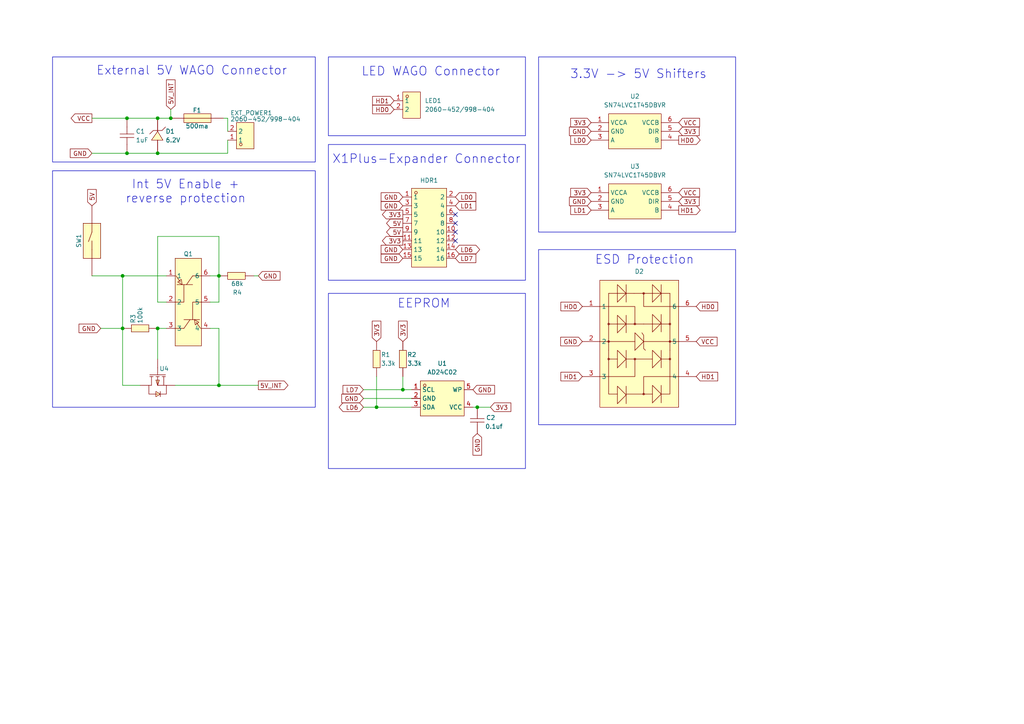
<source format=kicad_sch>
(kicad_sch
	(version 20231120)
	(generator "eeschema")
	(generator_version "8.0")
	(uuid "730ef4da-dc57-4617-8546-a344005f5ae4")
	(paper "A4")
	(lib_symbols
		(symbol "0402WGF3301TCE_1"
			(pin_numbers hide)
			(pin_names hide)
			(exclude_from_sim no)
			(in_bom yes)
			(on_board yes)
			(property "Reference" "R"
				(at 0 5.08 0)
				(effects
					(font
						(size 1.27 1.27)
					)
				)
			)
			(property "Value" "0402WGF3301TCE"
				(at 0 -5.08 0)
				(effects
					(font
						(size 1.27 1.27)
					)
				)
			)
			(property "Footprint" "x1p-004:R0402"
				(at 0 -7.62 0)
				(effects
					(font
						(size 1.27 1.27)
					)
					(hide yes)
				)
			)
			(property "Datasheet" "https://lcsc.com/product-detail/Chip-Resistor-Surface-Mount-UniOhm_3-3KR-3301-1_C25890.html"
				(at 0 -10.16 0)
				(effects
					(font
						(size 1.27 1.27)
					)
					(hide yes)
				)
			)
			(property "Description" ""
				(at 0 0 0)
				(effects
					(font
						(size 1.27 1.27)
					)
					(hide yes)
				)
			)
			(property "LCSC Part" "C25890"
				(at 0 -12.7 0)
				(effects
					(font
						(size 1.27 1.27)
					)
					(hide yes)
				)
			)
			(symbol "0402WGF3301TCE_1_0_1"
				(rectangle
					(start -2.54 1.02)
					(end 2.54 -1.02)
					(stroke
						(width 0)
						(type default)
					)
					(fill
						(type background)
					)
				)
				(pin input line
					(at -5.08 0 0)
					(length 2.54)
					(name "1"
						(effects
							(font
								(size 1.27 1.27)
							)
						)
					)
					(number "1"
						(effects
							(font
								(size 1.27 1.27)
							)
						)
					)
				)
				(pin input line
					(at 5.08 0 180)
					(length 2.54)
					(name "2"
						(effects
							(font
								(size 1.27 1.27)
							)
						)
					)
					(number "2"
						(effects
							(font
								(size 1.27 1.27)
							)
						)
					)
				)
			)
		)
		(symbol "lcsc:0402WGF1003TCE"
			(pin_numbers hide)
			(pin_names hide)
			(exclude_from_sim no)
			(in_bom yes)
			(on_board yes)
			(property "Reference" "R"
				(at 0 5.08 0)
				(effects
					(font
						(size 1.27 1.27)
					)
				)
			)
			(property "Value" "0402WGF1003TCE"
				(at 0 -5.08 0)
				(effects
					(font
						(size 1.27 1.27)
					)
				)
			)
			(property "Footprint" "x1p-004:R0402"
				(at 0 -7.62 0)
				(effects
					(font
						(size 1.27 1.27)
					)
					(hide yes)
				)
			)
			(property "Datasheet" "https://lcsc.com/product-detail/Chip-Resistor-Surface-Mount-UniOhm_100KR-1003-1_C25741.html"
				(at 0 -10.16 0)
				(effects
					(font
						(size 1.27 1.27)
					)
					(hide yes)
				)
			)
			(property "Description" ""
				(at 0 0 0)
				(effects
					(font
						(size 1.27 1.27)
					)
					(hide yes)
				)
			)
			(property "LCSC Part" "C25741"
				(at 0 -12.7 0)
				(effects
					(font
						(size 1.27 1.27)
					)
					(hide yes)
				)
			)
			(symbol "0402WGF1003TCE_0_1"
				(rectangle
					(start -2.54 1.02)
					(end 2.54 -1.02)
					(stroke
						(width 0)
						(type default)
					)
					(fill
						(type background)
					)
				)
				(pin input line
					(at -5.08 0 0)
					(length 2.54)
					(name "1"
						(effects
							(font
								(size 1.27 1.27)
							)
						)
					)
					(number "1"
						(effects
							(font
								(size 1.27 1.27)
							)
						)
					)
				)
				(pin input line
					(at 5.08 0 180)
					(length 2.54)
					(name "2"
						(effects
							(font
								(size 1.27 1.27)
							)
						)
					)
					(number "2"
						(effects
							(font
								(size 1.27 1.27)
							)
						)
					)
				)
			)
		)
		(symbol "lcsc:0402WGF3301TCE"
			(pin_numbers hide)
			(pin_names hide)
			(exclude_from_sim no)
			(in_bom yes)
			(on_board yes)
			(property "Reference" "R"
				(at 0 5.08 0)
				(effects
					(font
						(size 1.27 1.27)
					)
				)
			)
			(property "Value" "0402WGF3301TCE"
				(at 0 -5.08 0)
				(effects
					(font
						(size 1.27 1.27)
					)
				)
			)
			(property "Footprint" "x1p-004:R0402"
				(at 0 -7.62 0)
				(effects
					(font
						(size 1.27 1.27)
					)
					(hide yes)
				)
			)
			(property "Datasheet" "https://lcsc.com/product-detail/Chip-Resistor-Surface-Mount-UniOhm_3-3KR-3301-1_C25890.html"
				(at 0 -10.16 0)
				(effects
					(font
						(size 1.27 1.27)
					)
					(hide yes)
				)
			)
			(property "Description" ""
				(at 0 0 0)
				(effects
					(font
						(size 1.27 1.27)
					)
					(hide yes)
				)
			)
			(property "LCSC Part" "C25890"
				(at 0 -12.7 0)
				(effects
					(font
						(size 1.27 1.27)
					)
					(hide yes)
				)
			)
			(symbol "0402WGF3301TCE_0_1"
				(rectangle
					(start -2.54 1.02)
					(end 2.54 -1.02)
					(stroke
						(width 0)
						(type default)
					)
					(fill
						(type background)
					)
				)
				(pin input line
					(at -5.08 0 0)
					(length 2.54)
					(name "1"
						(effects
							(font
								(size 1.27 1.27)
							)
						)
					)
					(number "1"
						(effects
							(font
								(size 1.27 1.27)
							)
						)
					)
				)
				(pin input line
					(at 5.08 0 180)
					(length 2.54)
					(name "2"
						(effects
							(font
								(size 1.27 1.27)
							)
						)
					)
					(number "2"
						(effects
							(font
								(size 1.27 1.27)
							)
						)
					)
				)
			)
		)
		(symbol "lcsc:0402WGF6802TCE"
			(pin_numbers hide)
			(pin_names hide)
			(exclude_from_sim no)
			(in_bom yes)
			(on_board yes)
			(property "Reference" "R"
				(at 0 5.08 0)
				(effects
					(font
						(size 1.27 1.27)
					)
				)
			)
			(property "Value" "0402WGF6802TCE"
				(at 0 -5.08 0)
				(effects
					(font
						(size 1.27 1.27)
					)
				)
			)
			(property "Footprint" "x1p-004:R0402"
				(at 0 -7.62 0)
				(effects
					(font
						(size 1.27 1.27)
					)
					(hide yes)
				)
			)
			(property "Datasheet" "https://lcsc.com/product-detail/Chip-Resistor-Surface-Mount-UniOhm_68KR-6802-1_C36871.html"
				(at 0 -10.16 0)
				(effects
					(font
						(size 1.27 1.27)
					)
					(hide yes)
				)
			)
			(property "Description" ""
				(at 0 0 0)
				(effects
					(font
						(size 1.27 1.27)
					)
					(hide yes)
				)
			)
			(property "LCSC Part" "C36871"
				(at 0 -12.7 0)
				(effects
					(font
						(size 1.27 1.27)
					)
					(hide yes)
				)
			)
			(symbol "0402WGF6802TCE_0_1"
				(rectangle
					(start -2.54 1.02)
					(end 2.54 -1.02)
					(stroke
						(width 0)
						(type default)
					)
					(fill
						(type background)
					)
				)
				(pin input line
					(at -5.08 0 0)
					(length 2.54)
					(name "1"
						(effects
							(font
								(size 1.27 1.27)
							)
						)
					)
					(number "1"
						(effects
							(font
								(size 1.27 1.27)
							)
						)
					)
				)
				(pin input line
					(at 5.08 0 180)
					(length 2.54)
					(name "2"
						(effects
							(font
								(size 1.27 1.27)
							)
						)
					)
					(number "2"
						(effects
							(font
								(size 1.27 1.27)
							)
						)
					)
				)
			)
		)
		(symbol "lcsc:2060-452_998-404"
			(exclude_from_sim no)
			(in_bom yes)
			(on_board yes)
			(property "Reference" "U"
				(at 0 6.35 0)
				(effects
					(font
						(size 1.27 1.27)
					)
				)
			)
			(property "Value" "2060-452/998-404"
				(at 0 -6.35 0)
				(effects
					(font
						(size 1.27 1.27)
					)
				)
			)
			(property "Footprint" "x1p-004:CONN-SMD_2060-452"
				(at 0 -8.89 0)
				(effects
					(font
						(size 1.27 1.27)
					)
					(hide yes)
				)
			)
			(property "Datasheet" ""
				(at 0 0 0)
				(effects
					(font
						(size 1.27 1.27)
					)
					(hide yes)
				)
			)
			(property "Description" ""
				(at 0 0 0)
				(effects
					(font
						(size 1.27 1.27)
					)
					(hide yes)
				)
			)
			(property "LCSC Part" "C2765055"
				(at 0 -11.43 0)
				(effects
					(font
						(size 1.27 1.27)
					)
					(hide yes)
				)
			)
			(symbol "2060-452_998-404_0_1"
				(rectangle
					(start -2.54 3.81)
					(end 2.54 -3.81)
					(stroke
						(width 0)
						(type default)
					)
					(fill
						(type background)
					)
				)
				(circle
					(center -1.27 2.54)
					(radius 0.38)
					(stroke
						(width 0)
						(type default)
					)
					(fill
						(type none)
					)
				)
				(pin unspecified line
					(at -5.08 1.27 0)
					(length 2.54)
					(name "1"
						(effects
							(font
								(size 1.27 1.27)
							)
						)
					)
					(number "1"
						(effects
							(font
								(size 1.27 1.27)
							)
						)
					)
				)
				(pin unspecified line
					(at -5.08 -1.27 0)
					(length 2.54)
					(name "2"
						(effects
							(font
								(size 1.27 1.27)
							)
						)
					)
					(number "2"
						(effects
							(font
								(size 1.27 1.27)
							)
						)
					)
				)
			)
		)
		(symbol "lcsc:AD24C02"
			(exclude_from_sim no)
			(in_bom yes)
			(on_board yes)
			(property "Reference" "U"
				(at 0 7.62 0)
				(effects
					(font
						(size 1.27 1.27)
					)
				)
			)
			(property "Value" "AD24C02"
				(at 0 -7.62 0)
				(effects
					(font
						(size 1.27 1.27)
					)
				)
			)
			(property "Footprint" "x1p-004:SOT-23-5_L2.9-W1.6-P0.95-LS2.8-BL"
				(at 0 -10.16 0)
				(effects
					(font
						(size 1.27 1.27)
					)
					(hide yes)
				)
			)
			(property "Datasheet" ""
				(at 0 0 0)
				(effects
					(font
						(size 1.27 1.27)
					)
					(hide yes)
				)
			)
			(property "Description" ""
				(at 0 0 0)
				(effects
					(font
						(size 1.27 1.27)
					)
					(hide yes)
				)
			)
			(property "LCSC Part" "C5125083"
				(at 0 -12.7 0)
				(effects
					(font
						(size 1.27 1.27)
					)
					(hide yes)
				)
			)
			(symbol "AD24C02_0_1"
				(rectangle
					(start -6.35 5.08)
					(end 6.35 -5.08)
					(stroke
						(width 0)
						(type default)
					)
					(fill
						(type background)
					)
				)
				(circle
					(center -5.08 3.81)
					(radius 0.38)
					(stroke
						(width 0)
						(type default)
					)
					(fill
						(type none)
					)
				)
				(pin unspecified line
					(at -8.89 2.54 0)
					(length 2.54)
					(name "SCL"
						(effects
							(font
								(size 1.27 1.27)
							)
						)
					)
					(number "1"
						(effects
							(font
								(size 1.27 1.27)
							)
						)
					)
				)
				(pin unspecified line
					(at -8.89 0 0)
					(length 2.54)
					(name "GND"
						(effects
							(font
								(size 1.27 1.27)
							)
						)
					)
					(number "2"
						(effects
							(font
								(size 1.27 1.27)
							)
						)
					)
				)
				(pin unspecified line
					(at -8.89 -2.54 0)
					(length 2.54)
					(name "SDA"
						(effects
							(font
								(size 1.27 1.27)
							)
						)
					)
					(number "3"
						(effects
							(font
								(size 1.27 1.27)
							)
						)
					)
				)
				(pin unspecified line
					(at 8.89 -2.54 180)
					(length 2.54)
					(name "VCC"
						(effects
							(font
								(size 1.27 1.27)
							)
						)
					)
					(number "4"
						(effects
							(font
								(size 1.27 1.27)
							)
						)
					)
				)
				(pin unspecified line
					(at 8.89 2.54 180)
					(length 2.54)
					(name "WP"
						(effects
							(font
								(size 1.27 1.27)
							)
						)
					)
					(number "5"
						(effects
							(font
								(size 1.27 1.27)
							)
						)
					)
				)
			)
		)
		(symbol "lcsc:BC857BS,115"
			(exclude_from_sim no)
			(in_bom yes)
			(on_board yes)
			(property "Reference" "Q"
				(at 0 11.43 0)
				(effects
					(font
						(size 1.27 1.27)
					)
				)
			)
			(property "Value" "BC857BS,115"
				(at 0 -11.43 0)
				(effects
					(font
						(size 1.27 1.27)
					)
				)
			)
			(property "Footprint" "x1p-004:SOT-363_L2.0-W1.3-P0.65-LS2.1-TL"
				(at 0 -13.97 0)
				(effects
					(font
						(size 1.27 1.27)
					)
					(hide yes)
				)
			)
			(property "Datasheet" "https://lcsc.com/product-detail/Transistors-NPN-PNP_NXP_BC857BS_BC857BS_C8654.html"
				(at 0 -16.51 0)
				(effects
					(font
						(size 1.27 1.27)
					)
					(hide yes)
				)
			)
			(property "Description" ""
				(at 0 0 0)
				(effects
					(font
						(size 1.27 1.27)
					)
					(hide yes)
				)
			)
			(property "LCSC Part" "C8654"
				(at 0 -19.05 0)
				(effects
					(font
						(size 1.27 1.27)
					)
					(hide yes)
				)
			)
			(symbol "BC857BS,115_0_1"
				(polyline
					(pts
						(xy -7.62 1.27) (xy -7.62 3.81)
					)
					(stroke
						(width 0)
						(type default)
					)
					(fill
						(type none)
					)
				)
				(polyline
					(pts
						(xy -7.62 1.27) (xy -5.08 -0.51)
					)
					(stroke
						(width 0)
						(type default)
					)
					(fill
						(type none)
					)
				)
				(polyline
					(pts
						(xy -5.84 -2.29) (xy -7.62 -3.56)
					)
					(stroke
						(width 0)
						(type default)
					)
					(fill
						(type none)
					)
				)
				(polyline
					(pts
						(xy -5.08 1.27) (xy -5.08 -3.3)
					)
					(stroke
						(width 0)
						(type default)
					)
					(fill
						(type none)
					)
				)
				(polyline
					(pts
						(xy 5.08 -1.27) (xy 5.08 3.3)
					)
					(stroke
						(width 0)
						(type default)
					)
					(fill
						(type none)
					)
				)
				(polyline
					(pts
						(xy 5.84 2.29) (xy 7.62 3.56)
					)
					(stroke
						(width 0)
						(type default)
					)
					(fill
						(type none)
					)
				)
				(polyline
					(pts
						(xy 7.62 -1.27) (xy 5.08 0.51)
					)
					(stroke
						(width 0)
						(type default)
					)
					(fill
						(type none)
					)
				)
				(polyline
					(pts
						(xy 7.62 -1.27) (xy 7.62 -3.81)
					)
					(stroke
						(width 0)
						(type default)
					)
					(fill
						(type none)
					)
				)
				(polyline
					(pts
						(xy 0 -3.81) (xy 0 -1.27) (xy -5.08 -1.27)
					)
					(stroke
						(width 0)
						(type default)
					)
					(fill
						(type none)
					)
				)
				(polyline
					(pts
						(xy 0 3.81) (xy 0 1.27) (xy 5.08 1.27)
					)
					(stroke
						(width 0)
						(type default)
					)
					(fill
						(type none)
					)
				)
				(polyline
					(pts
						(xy -5.08 -1.78) (xy -6.6 -2.03) (xy -5.84 -3.05) (xy -5.08 -1.78)
					)
					(stroke
						(width 0)
						(type default)
					)
					(fill
						(type background)
					)
				)
				(polyline
					(pts
						(xy 5.08 1.78) (xy 6.6 2.03) (xy 5.84 3.05) (xy 5.08 1.78)
					)
					(stroke
						(width 0)
						(type default)
					)
					(fill
						(type background)
					)
				)
				(polyline
					(pts
						(xy -12.7 -3.81) (xy -12.7 3.81) (xy 12.7 3.81) (xy 12.7 -3.81) (xy -12.7 -3.81)
					)
					(stroke
						(width 0)
						(type default)
					)
					(fill
						(type background)
					)
				)
				(pin input line
					(at -7.62 -6.35 90)
					(length 2.54)
					(name "1"
						(effects
							(font
								(size 1.27 1.27)
							)
						)
					)
					(number "1"
						(effects
							(font
								(size 1.27 1.27)
							)
						)
					)
				)
				(pin input line
					(at 0 -6.35 90)
					(length 2.54)
					(name "2"
						(effects
							(font
								(size 1.27 1.27)
							)
						)
					)
					(number "2"
						(effects
							(font
								(size 1.27 1.27)
							)
						)
					)
				)
				(pin input line
					(at 7.62 -6.35 90)
					(length 2.54)
					(name "3"
						(effects
							(font
								(size 1.27 1.27)
							)
						)
					)
					(number "3"
						(effects
							(font
								(size 1.27 1.27)
							)
						)
					)
				)
				(pin input line
					(at 7.62 6.35 270)
					(length 2.54)
					(name "4"
						(effects
							(font
								(size 1.27 1.27)
							)
						)
					)
					(number "4"
						(effects
							(font
								(size 1.27 1.27)
							)
						)
					)
				)
				(pin input line
					(at 0 6.35 270)
					(length 2.54)
					(name "5"
						(effects
							(font
								(size 1.27 1.27)
							)
						)
					)
					(number "5"
						(effects
							(font
								(size 1.27 1.27)
							)
						)
					)
				)
				(pin input line
					(at -7.62 6.35 270)
					(length 2.54)
					(name "6"
						(effects
							(font
								(size 1.27 1.27)
							)
						)
					)
					(number "6"
						(effects
							(font
								(size 1.27 1.27)
							)
						)
					)
				)
			)
		)
		(symbol "lcsc:BSMD0805-050-15V"
			(pin_numbers hide)
			(pin_names hide)
			(exclude_from_sim no)
			(in_bom yes)
			(on_board yes)
			(property "Reference" "F"
				(at 0 5.08 0)
				(effects
					(font
						(size 1.27 1.27)
					)
				)
			)
			(property "Value" "BSMD0805-050-15V"
				(at 0 -5.08 0)
				(effects
					(font
						(size 1.27 1.27)
					)
				)
			)
			(property "Footprint" "x1p-004:F0805"
				(at 0 -7.62 0)
				(effects
					(font
						(size 1.27 1.27)
					)
					(hide yes)
				)
			)
			(property "Datasheet" "https://lcsc.com/product-detail/PTC-Resettable-Fuses_BHFUSE-BSMD0805-050-15V_C883109.html"
				(at 0 -10.16 0)
				(effects
					(font
						(size 1.27 1.27)
					)
					(hide yes)
				)
			)
			(property "Description" ""
				(at 0 0 0)
				(effects
					(font
						(size 1.27 1.27)
					)
					(hide yes)
				)
			)
			(property "LCSC Part" "C883109"
				(at 0 -12.7 0)
				(effects
					(font
						(size 1.27 1.27)
					)
					(hide yes)
				)
			)
			(symbol "BSMD0805-050-15V_0_1"
				(rectangle
					(start -3.81 1.27)
					(end 4.06 -1.27)
					(stroke
						(width 0)
						(type default)
					)
					(fill
						(type background)
					)
				)
				(polyline
					(pts
						(xy -5.08 0) (xy 5.08 0)
					)
					(stroke
						(width 0)
						(type default)
					)
					(fill
						(type none)
					)
				)
				(pin unspecified line
					(at -7.62 0 0)
					(length 2.54)
					(name "1"
						(effects
							(font
								(size 1.27 1.27)
							)
						)
					)
					(number "1"
						(effects
							(font
								(size 1.27 1.27)
							)
						)
					)
				)
				(pin unspecified line
					(at 7.62 0 180)
					(length 2.54)
					(name "2"
						(effects
							(font
								(size 1.27 1.27)
							)
						)
					)
					(number "2"
						(effects
							(font
								(size 1.27 1.27)
							)
						)
					)
				)
			)
		)
		(symbol "lcsc:CL05B104KO5NNNC"
			(pin_numbers hide)
			(pin_names hide)
			(exclude_from_sim no)
			(in_bom yes)
			(on_board yes)
			(property "Reference" "C"
				(at 0 5.08 0)
				(effects
					(font
						(size 1.27 1.27)
					)
				)
			)
			(property "Value" "CL05B104KO5NNNC"
				(at 0 -5.08 0)
				(effects
					(font
						(size 1.27 1.27)
					)
				)
			)
			(property "Footprint" "x1p-004:C0402"
				(at 0 -7.62 0)
				(effects
					(font
						(size 1.27 1.27)
					)
					(hide yes)
				)
			)
			(property "Datasheet" "https://lcsc.com/product-detail/Multilayer-Ceramic-Capacitors-MLCC-SMD-SMT_SAMSUNG_CL05B104KO5NNNC_100nF-104-10-16V_C1525.html"
				(at 0 -10.16 0)
				(effects
					(font
						(size 1.27 1.27)
					)
					(hide yes)
				)
			)
			(property "Description" ""
				(at 0 0 0)
				(effects
					(font
						(size 1.27 1.27)
					)
					(hide yes)
				)
			)
			(property "LCSC Part" "C1525"
				(at 0 -12.7 0)
				(effects
					(font
						(size 1.27 1.27)
					)
					(hide yes)
				)
			)
			(symbol "CL05B104KO5NNNC_0_1"
				(polyline
					(pts
						(xy -1.27 0) (xy -0.51 0)
					)
					(stroke
						(width 0)
						(type default)
					)
					(fill
						(type none)
					)
				)
				(polyline
					(pts
						(xy -0.51 2.03) (xy -0.51 -2.03)
					)
					(stroke
						(width 0)
						(type default)
					)
					(fill
						(type none)
					)
				)
				(polyline
					(pts
						(xy 0.51 0) (xy 1.27 0)
					)
					(stroke
						(width 0)
						(type default)
					)
					(fill
						(type none)
					)
				)
				(polyline
					(pts
						(xy 0.51 2.03) (xy 0.51 -2.03)
					)
					(stroke
						(width 0)
						(type default)
					)
					(fill
						(type none)
					)
				)
				(pin input line
					(at -3.81 0 0)
					(length 2.54)
					(name "1"
						(effects
							(font
								(size 1.27 1.27)
							)
						)
					)
					(number "1"
						(effects
							(font
								(size 1.27 1.27)
							)
						)
					)
				)
				(pin input line
					(at 3.81 0 180)
					(length 2.54)
					(name "2"
						(effects
							(font
								(size 1.27 1.27)
							)
						)
					)
					(number "2"
						(effects
							(font
								(size 1.27 1.27)
							)
						)
					)
				)
			)
		)
		(symbol "lcsc:CL10A105KB8NNNC"
			(pin_numbers hide)
			(pin_names hide)
			(exclude_from_sim no)
			(in_bom yes)
			(on_board yes)
			(property "Reference" "C"
				(at 0 5.08 0)
				(effects
					(font
						(size 1.27 1.27)
					)
				)
			)
			(property "Value" "CL10A105KB8NNNC"
				(at 0 -5.08 0)
				(effects
					(font
						(size 1.27 1.27)
					)
				)
			)
			(property "Footprint" "x1p-004:C0603"
				(at 0 -7.62 0)
				(effects
					(font
						(size 1.27 1.27)
					)
					(hide yes)
				)
			)
			(property "Datasheet" "https://lcsc.com/product-detail/Multilayer-Ceramic-Capacitors-MLCC-SMD-SMT_SAMSUNG_CL10A105KB8NNNC_1uF-105-10-50V_C15849.html"
				(at 0 -10.16 0)
				(effects
					(font
						(size 1.27 1.27)
					)
					(hide yes)
				)
			)
			(property "Description" ""
				(at 0 0 0)
				(effects
					(font
						(size 1.27 1.27)
					)
					(hide yes)
				)
			)
			(property "LCSC Part" "C15849"
				(at 0 -12.7 0)
				(effects
					(font
						(size 1.27 1.27)
					)
					(hide yes)
				)
			)
			(symbol "CL10A105KB8NNNC_0_1"
				(polyline
					(pts
						(xy -0.51 -2.03) (xy -0.51 2.03)
					)
					(stroke
						(width 0)
						(type default)
					)
					(fill
						(type none)
					)
				)
				(polyline
					(pts
						(xy -0.51 0) (xy -2.54 0)
					)
					(stroke
						(width 0)
						(type default)
					)
					(fill
						(type none)
					)
				)
				(polyline
					(pts
						(xy 0.51 2.03) (xy 0.51 -2.03)
					)
					(stroke
						(width 0)
						(type default)
					)
					(fill
						(type none)
					)
				)
				(polyline
					(pts
						(xy 2.54 0) (xy 0.51 0)
					)
					(stroke
						(width 0)
						(type default)
					)
					(fill
						(type none)
					)
				)
				(pin unspecified line
					(at -5.08 0 0)
					(length 2.54)
					(name "1"
						(effects
							(font
								(size 1.27 1.27)
							)
						)
					)
					(number "1"
						(effects
							(font
								(size 1.27 1.27)
							)
						)
					)
				)
				(pin unspecified line
					(at 5.08 0 180)
					(length 2.54)
					(name "2"
						(effects
							(font
								(size 1.27 1.27)
							)
						)
					)
					(number "2"
						(effects
							(font
								(size 1.27 1.27)
							)
						)
					)
				)
			)
		)
		(symbol "lcsc:PM254-2-08-W-8.5"
			(exclude_from_sim no)
			(in_bom yes)
			(on_board yes)
			(property "Reference" "U"
				(at 0 13.97 0)
				(effects
					(font
						(size 1.27 1.27)
					)
				)
			)
			(property "Value" "PM254-2-08-W-8.5"
				(at 0 -13.97 0)
				(effects
					(font
						(size 1.27 1.27)
					)
				)
			)
			(property "Footprint" "x1p-004:HDR-TH_16P-P2.54-H-F-R2-C8-W8.5"
				(at 0 -16.51 0)
				(effects
					(font
						(size 1.27 1.27)
					)
					(hide yes)
				)
			)
			(property "Datasheet" ""
				(at 0 0 0)
				(effects
					(font
						(size 1.27 1.27)
					)
					(hide yes)
				)
			)
			(property "Description" ""
				(at 0 0 0)
				(effects
					(font
						(size 1.27 1.27)
					)
					(hide yes)
				)
			)
			(property "LCSC Part" "C2897428"
				(at 0 -19.05 0)
				(effects
					(font
						(size 1.27 1.27)
					)
					(hide yes)
				)
			)
			(symbol "PM254-2-08-W-8.5_0_1"
				(rectangle
					(start -5.08 11.43)
					(end 5.08 -11.43)
					(stroke
						(width 0)
						(type default)
					)
					(fill
						(type background)
					)
				)
				(circle
					(center -3.81 10.16)
					(radius 0.38)
					(stroke
						(width 0)
						(type default)
					)
					(fill
						(type none)
					)
				)
				(pin unspecified line
					(at -7.62 8.89 0)
					(length 2.54)
					(name "1"
						(effects
							(font
								(size 1.27 1.27)
							)
						)
					)
					(number "1"
						(effects
							(font
								(size 1.27 1.27)
							)
						)
					)
				)
				(pin unspecified line
					(at 7.62 -1.27 180)
					(length 2.54)
					(name "10"
						(effects
							(font
								(size 1.27 1.27)
							)
						)
					)
					(number "10"
						(effects
							(font
								(size 1.27 1.27)
							)
						)
					)
				)
				(pin unspecified line
					(at -7.62 -3.81 0)
					(length 2.54)
					(name "11"
						(effects
							(font
								(size 1.27 1.27)
							)
						)
					)
					(number "11"
						(effects
							(font
								(size 1.27 1.27)
							)
						)
					)
				)
				(pin unspecified line
					(at 7.62 -3.81 180)
					(length 2.54)
					(name "12"
						(effects
							(font
								(size 1.27 1.27)
							)
						)
					)
					(number "12"
						(effects
							(font
								(size 1.27 1.27)
							)
						)
					)
				)
				(pin unspecified line
					(at -7.62 -6.35 0)
					(length 2.54)
					(name "13"
						(effects
							(font
								(size 1.27 1.27)
							)
						)
					)
					(number "13"
						(effects
							(font
								(size 1.27 1.27)
							)
						)
					)
				)
				(pin unspecified line
					(at 7.62 -6.35 180)
					(length 2.54)
					(name "14"
						(effects
							(font
								(size 1.27 1.27)
							)
						)
					)
					(number "14"
						(effects
							(font
								(size 1.27 1.27)
							)
						)
					)
				)
				(pin unspecified line
					(at -7.62 -8.89 0)
					(length 2.54)
					(name "15"
						(effects
							(font
								(size 1.27 1.27)
							)
						)
					)
					(number "15"
						(effects
							(font
								(size 1.27 1.27)
							)
						)
					)
				)
				(pin unspecified line
					(at 7.62 -8.89 180)
					(length 2.54)
					(name "16"
						(effects
							(font
								(size 1.27 1.27)
							)
						)
					)
					(number "16"
						(effects
							(font
								(size 1.27 1.27)
							)
						)
					)
				)
				(pin unspecified line
					(at 7.62 8.89 180)
					(length 2.54)
					(name "2"
						(effects
							(font
								(size 1.27 1.27)
							)
						)
					)
					(number "2"
						(effects
							(font
								(size 1.27 1.27)
							)
						)
					)
				)
				(pin unspecified line
					(at -7.62 6.35 0)
					(length 2.54)
					(name "3"
						(effects
							(font
								(size 1.27 1.27)
							)
						)
					)
					(number "3"
						(effects
							(font
								(size 1.27 1.27)
							)
						)
					)
				)
				(pin unspecified line
					(at 7.62 6.35 180)
					(length 2.54)
					(name "4"
						(effects
							(font
								(size 1.27 1.27)
							)
						)
					)
					(number "4"
						(effects
							(font
								(size 1.27 1.27)
							)
						)
					)
				)
				(pin unspecified line
					(at -7.62 3.81 0)
					(length 2.54)
					(name "5"
						(effects
							(font
								(size 1.27 1.27)
							)
						)
					)
					(number "5"
						(effects
							(font
								(size 1.27 1.27)
							)
						)
					)
				)
				(pin unspecified line
					(at 7.62 3.81 180)
					(length 2.54)
					(name "6"
						(effects
							(font
								(size 1.27 1.27)
							)
						)
					)
					(number "6"
						(effects
							(font
								(size 1.27 1.27)
							)
						)
					)
				)
				(pin unspecified line
					(at -7.62 1.27 0)
					(length 2.54)
					(name "7"
						(effects
							(font
								(size 1.27 1.27)
							)
						)
					)
					(number "7"
						(effects
							(font
								(size 1.27 1.27)
							)
						)
					)
				)
				(pin unspecified line
					(at 7.62 1.27 180)
					(length 2.54)
					(name "8"
						(effects
							(font
								(size 1.27 1.27)
							)
						)
					)
					(number "8"
						(effects
							(font
								(size 1.27 1.27)
							)
						)
					)
				)
				(pin unspecified line
					(at -7.62 -1.27 0)
					(length 2.54)
					(name "9"
						(effects
							(font
								(size 1.27 1.27)
							)
						)
					)
					(number "9"
						(effects
							(font
								(size 1.27 1.27)
							)
						)
					)
				)
			)
		)
		(symbol "lcsc:SI2301-ZE"
			(pin_numbers hide)
			(pin_names hide)
			(exclude_from_sim no)
			(in_bom yes)
			(on_board yes)
			(property "Reference" "U"
				(at 0 10.16 0)
				(effects
					(font
						(size 1.27 1.27)
					)
				)
			)
			(property "Value" "SI2301-ZE"
				(at 0 -10.16 0)
				(effects
					(font
						(size 1.27 1.27)
					)
				)
			)
			(property "Footprint" "x1p-004:SOT-23-3_L2.9-W1.3-P1.90-LS2.4-BR"
				(at 0 -12.7 0)
				(effects
					(font
						(size 1.27 1.27)
					)
					(hide yes)
				)
			)
			(property "Datasheet" ""
				(at 0 0 0)
				(effects
					(font
						(size 1.27 1.27)
					)
					(hide yes)
				)
			)
			(property "Description" ""
				(at 0 0 0)
				(effects
					(font
						(size 1.27 1.27)
					)
					(hide yes)
				)
			)
			(property "LCSC Part" "C5261052"
				(at 0 -15.24 0)
				(effects
					(font
						(size 1.27 1.27)
					)
					(hide yes)
				)
			)
			(symbol "SI2301-ZE_0_1"
				(polyline
					(pts
						(xy -5.08 0) (xy -3.05 0)
					)
					(stroke
						(width 0)
						(type default)
					)
					(fill
						(type none)
					)
				)
				(polyline
					(pts
						(xy -3.05 2.29) (xy -3.05 -2.29)
					)
					(stroke
						(width 0)
						(type default)
					)
					(fill
						(type none)
					)
				)
				(polyline
					(pts
						(xy -2.54 -2.29) (xy -2.54 -1.27)
					)
					(stroke
						(width 0)
						(type default)
					)
					(fill
						(type none)
					)
				)
				(polyline
					(pts
						(xy -2.54 -0.51) (xy -2.54 0.51)
					)
					(stroke
						(width 0)
						(type default)
					)
					(fill
						(type none)
					)
				)
				(polyline
					(pts
						(xy -2.54 1.27) (xy -2.54 2.29)
					)
					(stroke
						(width 0)
						(type default)
					)
					(fill
						(type none)
					)
				)
				(polyline
					(pts
						(xy 0 -1.78) (xy -2.54 -1.78)
					)
					(stroke
						(width 0)
						(type default)
					)
					(fill
						(type none)
					)
				)
				(polyline
					(pts
						(xy 0 1.78) (xy -2.54 1.78)
					)
					(stroke
						(width 0)
						(type default)
					)
					(fill
						(type none)
					)
				)
				(polyline
					(pts
						(xy -2.54 0) (xy 0 0) (xy 0 -2.54)
					)
					(stroke
						(width 0)
						(type default)
					)
					(fill
						(type none)
					)
				)
				(polyline
					(pts
						(xy 0 -2.54) (xy 2.54 -2.54) (xy 2.54 -0.51)
					)
					(stroke
						(width 0)
						(type default)
					)
					(fill
						(type none)
					)
				)
				(polyline
					(pts
						(xy 0 0) (xy -1.52 0.51) (xy -1.52 -0.51) (xy 0 0)
					)
					(stroke
						(width 0)
						(type default)
					)
					(fill
						(type background)
					)
				)
				(polyline
					(pts
						(xy 0 1.78) (xy 0 2.54) (xy 2.54 2.54) (xy 2.54 0)
					)
					(stroke
						(width 0)
						(type default)
					)
					(fill
						(type none)
					)
				)
				(polyline
					(pts
						(xy 1.78 -0.76) (xy 2.03 -0.76) (xy 3.05 -0.76) (xy 3.3 -0.76)
					)
					(stroke
						(width 0)
						(type default)
					)
					(fill
						(type none)
					)
				)
				(polyline
					(pts
						(xy 2.54 -0.76) (xy 1.78 0.51) (xy 3.3 0.51) (xy 2.54 -0.76)
					)
					(stroke
						(width 0)
						(type default)
					)
					(fill
						(type background)
					)
				)
				(pin unspecified line
					(at -7.62 0 0)
					(length 2.54)
					(name "G"
						(effects
							(font
								(size 1.27 1.27)
							)
						)
					)
					(number "1"
						(effects
							(font
								(size 1.27 1.27)
							)
						)
					)
				)
				(pin unspecified line
					(at 0 -5.08 90)
					(length 2.54)
					(name "S"
						(effects
							(font
								(size 1.27 1.27)
							)
						)
					)
					(number "2"
						(effects
							(font
								(size 1.27 1.27)
							)
						)
					)
				)
				(pin unspecified line
					(at 0 5.08 270)
					(length 2.54)
					(name "D"
						(effects
							(font
								(size 1.27 1.27)
							)
						)
					)
					(number "3"
						(effects
							(font
								(size 1.27 1.27)
							)
						)
					)
				)
			)
		)
		(symbol "lcsc:SN74LVC1T45DBVR"
			(exclude_from_sim no)
			(in_bom yes)
			(on_board yes)
			(property "Reference" "U"
				(at 0 7.62 0)
				(effects
					(font
						(size 1.27 1.27)
					)
				)
			)
			(property "Value" "SN74LVC1T45DBVR"
				(at 0 -7.62 0)
				(effects
					(font
						(size 1.27 1.27)
					)
				)
			)
			(property "Footprint" "x1p-004:SOT-23-6_L2.9-W1.6-P0.95-LS2.8-BR"
				(at 0 -10.16 0)
				(effects
					(font
						(size 1.27 1.27)
					)
					(hide yes)
				)
			)
			(property "Datasheet" "https://lcsc.com/product-detail/74-Series_TI_SN74LVC1T45DBVR_SN74LVC1T45DBVR_C7843.html"
				(at 0 -12.7 0)
				(effects
					(font
						(size 1.27 1.27)
					)
					(hide yes)
				)
			)
			(property "Description" ""
				(at 0 0 0)
				(effects
					(font
						(size 1.27 1.27)
					)
					(hide yes)
				)
			)
			(property "LCSC Part" "C7843"
				(at 0 -15.24 0)
				(effects
					(font
						(size 1.27 1.27)
					)
					(hide yes)
				)
			)
			(symbol "SN74LVC1T45DBVR_0_1"
				(rectangle
					(start -7.62 5.08)
					(end 7.62 -5.08)
					(stroke
						(width 0)
						(type default)
					)
					(fill
						(type background)
					)
				)
				(pin unspecified line
					(at -12.7 2.54 0)
					(length 5.08)
					(name "VCCA"
						(effects
							(font
								(size 1.27 1.27)
							)
						)
					)
					(number "1"
						(effects
							(font
								(size 1.27 1.27)
							)
						)
					)
				)
				(pin unspecified line
					(at -12.7 0 0)
					(length 5.08)
					(name "GND"
						(effects
							(font
								(size 1.27 1.27)
							)
						)
					)
					(number "2"
						(effects
							(font
								(size 1.27 1.27)
							)
						)
					)
				)
				(pin unspecified line
					(at -12.7 -2.54 0)
					(length 5.08)
					(name "A"
						(effects
							(font
								(size 1.27 1.27)
							)
						)
					)
					(number "3"
						(effects
							(font
								(size 1.27 1.27)
							)
						)
					)
				)
				(pin unspecified line
					(at 12.7 -2.54 180)
					(length 5.08)
					(name "B"
						(effects
							(font
								(size 1.27 1.27)
							)
						)
					)
					(number "4"
						(effects
							(font
								(size 1.27 1.27)
							)
						)
					)
				)
				(pin unspecified line
					(at 12.7 0 180)
					(length 5.08)
					(name "DIR"
						(effects
							(font
								(size 1.27 1.27)
							)
						)
					)
					(number "5"
						(effects
							(font
								(size 1.27 1.27)
							)
						)
					)
				)
				(pin unspecified line
					(at 12.7 2.54 180)
					(length 5.08)
					(name "VCCB"
						(effects
							(font
								(size 1.27 1.27)
							)
						)
					)
					(number "6"
						(effects
							(font
								(size 1.27 1.27)
							)
						)
					)
				)
			)
		)
		(symbol "x1p-004:DSIC01THGET"
			(pin_numbers hide)
			(pin_names hide)
			(exclude_from_sim no)
			(in_bom yes)
			(on_board yes)
			(property "Reference" "SW"
				(at 0 5.08 0)
				(effects
					(font
						(size 1.27 1.27)
					)
				)
			)
			(property "Value" "DSIC01THGET"
				(at 0 -5.08 0)
				(effects
					(font
						(size 1.27 1.27)
					)
				)
			)
			(property "Footprint" "x1p-004:SW-TH_DSIC01THGET"
				(at 0 -7.62 0)
				(effects
					(font
						(size 1.27 1.27)
					)
					(hide yes)
				)
			)
			(property "Datasheet" "https://lcsc.com/product-detail/DIP-Switches_2-54mm-1-Plugin_C126858.html"
				(at 0 -10.16 0)
				(effects
					(font
						(size 1.27 1.27)
					)
					(hide yes)
				)
			)
			(property "Description" ""
				(at 0 0 0)
				(effects
					(font
						(size 1.27 1.27)
					)
					(hide yes)
				)
			)
			(property "LCSC Part" "C126858"
				(at 0 -12.7 0)
				(effects
					(font
						(size 1.27 1.27)
					)
					(hide yes)
				)
			)
			(symbol "DSIC01THGET_0_1"
				(rectangle
					(start -5.08 2.54)
					(end 5.08 -2.54)
					(stroke
						(width 0)
						(type default)
					)
					(fill
						(type background)
					)
				)
				(polyline
					(pts
						(xy -2.54 0) (xy -5.08 0)
					)
					(stroke
						(width 0)
						(type default)
					)
					(fill
						(type none)
					)
				)
				(polyline
					(pts
						(xy -2.54 0) (xy 0 0)
					)
					(stroke
						(width 0)
						(type default)
					)
					(fill
						(type none)
					)
				)
				(polyline
					(pts
						(xy 2.54 0) (xy -0.25 1.02)
					)
					(stroke
						(width 0)
						(type default)
					)
					(fill
						(type none)
					)
				)
				(polyline
					(pts
						(xy 5.08 0) (xy 2.54 0)
					)
					(stroke
						(width 0)
						(type default)
					)
					(fill
						(type none)
					)
				)
				(pin unspecified line
					(at -10.16 0 0)
					(length 5.08)
					(name "1"
						(effects
							(font
								(size 1.27 1.27)
							)
						)
					)
					(number "1"
						(effects
							(font
								(size 1.27 1.27)
							)
						)
					)
				)
				(pin unspecified line
					(at 10.16 0 180)
					(length 5.08)
					(name "2"
						(effects
							(font
								(size 1.27 1.27)
							)
						)
					)
					(number "2"
						(effects
							(font
								(size 1.27 1.27)
							)
						)
					)
				)
			)
		)
		(symbol "x1p-004:MMSZ5234BT1G"
			(pin_numbers hide)
			(pin_names hide)
			(exclude_from_sim no)
			(in_bom yes)
			(on_board yes)
			(property "Reference" "D"
				(at 0 10.16 0)
				(effects
					(font
						(size 1.27 1.27)
					)
				)
			)
			(property "Value" "MMSZ5234BT1G"
				(at 0 -10.16 0)
				(effects
					(font
						(size 1.27 1.27)
					)
				)
			)
			(property "Footprint" "x1p-004:SOD-123_L2.8-W1.8-LS3.7-RD"
				(at 0 -12.7 0)
				(effects
					(font
						(size 1.27 1.27)
					)
					(hide yes)
				)
			)
			(property "Datasheet" "https://lcsc.com/product-detail/Zener-Diodes_ON-Semicon_MMSZ5234BT1G_ON-Semicon-ON-MMSZ5234BT1G_C194181.html"
				(at 0 -15.24 0)
				(effects
					(font
						(size 1.27 1.27)
					)
					(hide yes)
				)
			)
			(property "Description" ""
				(at 0 0 0)
				(effects
					(font
						(size 1.27 1.27)
					)
					(hide yes)
				)
			)
			(property "LCSC Part" "C194181"
				(at 0 -17.78 0)
				(effects
					(font
						(size 1.27 1.27)
					)
					(hide yes)
				)
			)
			(symbol "MMSZ5234BT1G_0_1"
				(polyline
					(pts
						(xy 1.52 -1.27) (xy 0 1.27) (xy -1.78 -1.27) (xy 1.52 -1.27)
					)
					(stroke
						(width 0)
						(type default)
					)
					(fill
						(type background)
					)
				)
				(polyline
					(pts
						(xy 2.29 2.54) (xy 1.27 1.52) (xy -1.27 1.52) (xy -2.29 0.51)
					)
					(stroke
						(width 0)
						(type default)
					)
					(fill
						(type none)
					)
				)
				(pin unspecified line
					(at 0 5.08 270)
					(length 3.81)
					(name "C"
						(effects
							(font
								(size 1.27 1.27)
							)
						)
					)
					(number "1"
						(effects
							(font
								(size 1.27 1.27)
							)
						)
					)
				)
				(pin unspecified line
					(at 0 -5.08 90)
					(length 3.81)
					(name "A"
						(effects
							(font
								(size 1.27 1.27)
							)
						)
					)
					(number "2"
						(effects
							(font
								(size 1.27 1.27)
							)
						)
					)
				)
			)
		)
		(symbol "x1p-004:SRV05-4.TCT_C2687126"
			(exclude_from_sim no)
			(in_bom yes)
			(on_board yes)
			(property "Reference" "D"
				(at 0 21.59 0)
				(effects
					(font
						(size 1.27 1.27)
					)
				)
			)
			(property "Value" "SRV05-4.TCT_C2687126"
				(at 0 -21.59 0)
				(effects
					(font
						(size 1.27 1.27)
					)
				)
			)
			(property "Footprint" "x1p-004:SOT-23-6_L2.9-W1.6-P0.95-LS2.8-BL"
				(at 0 -24.13 0)
				(effects
					(font
						(size 1.27 1.27)
					)
					(hide yes)
				)
			)
			(property "Datasheet" ""
				(at 0 0 0)
				(effects
					(font
						(size 1.27 1.27)
					)
					(hide yes)
				)
			)
			(property "Description" ""
				(at 0 0 0)
				(effects
					(font
						(size 1.27 1.27)
					)
					(hide yes)
				)
			)
			(property "LCSC Part" "C2687126"
				(at 0 -26.67 0)
				(effects
					(font
						(size 1.27 1.27)
					)
					(hide yes)
				)
			)
			(symbol "SRV05-4.TCT_C2687126_0_1"
				(rectangle
					(start -17.78 11.43)
					(end 19.05 -11.43)
					(stroke
						(width 0)
						(type default)
					)
					(fill
						(type background)
					)
				)
				(arc
					(start -13.97 -1.52)
					(mid -13.97 -1.52)
					(end -13.97 -1.52)
					(stroke
						(width 0)
						(type default)
					)
					(fill
						(type none)
					)
				)
				(circle
					(center -13.97 1.27)
					(radius 0.25)
					(stroke
						(width 0)
						(type default)
					)
					(fill
						(type none)
					)
				)
				(circle
					(center -5.08 -8.89)
					(radius 0.25)
					(stroke
						(width 0)
						(type default)
					)
					(fill
						(type none)
					)
				)
				(arc
					(start -5.08 -1.52)
					(mid -5.08 -1.52)
					(end -5.08 -1.52)
					(stroke
						(width 0)
						(type default)
					)
					(fill
						(type none)
					)
				)
				(circle
					(center -5.08 -1.27)
					(radius 0.25)
					(stroke
						(width 0)
						(type default)
					)
					(fill
						(type none)
					)
				)
				(circle
					(center -5.08 8.89)
					(radius 0.25)
					(stroke
						(width 0)
						(type default)
					)
					(fill
						(type none)
					)
				)
				(circle
					(center 0 -8.89)
					(radius 0.25)
					(stroke
						(width 0)
						(type default)
					)
					(fill
						(type none)
					)
				)
				(polyline
					(pts
						(xy -16.51 -3.81) (xy -11.43 -3.81)
					)
					(stroke
						(width 0)
						(type default)
					)
					(fill
						(type none)
					)
				)
				(polyline
					(pts
						(xy -16.51 6.35) (xy -11.43 6.35)
					)
					(stroke
						(width 0)
						(type default)
					)
					(fill
						(type none)
					)
				)
				(polyline
					(pts
						(xy -13.97 -8.89) (xy -13.97 8.89)
					)
					(stroke
						(width 0)
						(type default)
					)
					(fill
						(type none)
					)
				)
				(polyline
					(pts
						(xy -13.97 -8.89) (xy 2.54 -8.89)
					)
					(stroke
						(width 0)
						(type default)
					)
					(fill
						(type none)
					)
				)
				(polyline
					(pts
						(xy -13.97 8.89) (xy 2.54 8.89)
					)
					(stroke
						(width 0)
						(type default)
					)
					(fill
						(type none)
					)
				)
				(polyline
					(pts
						(xy -7.87 6.35) (xy -2.79 6.35)
					)
					(stroke
						(width 0)
						(type default)
					)
					(fill
						(type none)
					)
				)
				(polyline
					(pts
						(xy -7.62 -3.81) (xy -2.54 -3.81)
					)
					(stroke
						(width 0)
						(type default)
					)
					(fill
						(type none)
					)
				)
				(polyline
					(pts
						(xy -5.08 -8.89) (xy -5.08 1.27)
					)
					(stroke
						(width 0)
						(type default)
					)
					(fill
						(type none)
					)
				)
				(polyline
					(pts
						(xy -5.08 1.27) (xy -5.08 8.89)
					)
					(stroke
						(width 0)
						(type default)
					)
					(fill
						(type none)
					)
				)
				(polyline
					(pts
						(xy 0 -11.43) (xy 0 -1.27)
					)
					(stroke
						(width 0)
						(type default)
					)
					(fill
						(type none)
					)
				)
				(polyline
					(pts
						(xy 0 1.27) (xy 0 8.89)
					)
					(stroke
						(width 0)
						(type default)
					)
					(fill
						(type none)
					)
				)
				(polyline
					(pts
						(xy 0 8.89) (xy 0 11.43)
					)
					(stroke
						(width 0)
						(type default)
					)
					(fill
						(type none)
					)
				)
				(polyline
					(pts
						(xy 2.54 -3.81) (xy 7.62 -3.81)
					)
					(stroke
						(width 0)
						(type default)
					)
					(fill
						(type none)
					)
				)
				(polyline
					(pts
						(xy 2.54 6.35) (xy 7.62 6.35)
					)
					(stroke
						(width 0)
						(type default)
					)
					(fill
						(type none)
					)
				)
				(polyline
					(pts
						(xy 5.08 -3.81) (xy 5.08 3.81)
					)
					(stroke
						(width 0)
						(type default)
					)
					(fill
						(type none)
					)
				)
				(polyline
					(pts
						(xy 10.16 2.54) (xy 10.16 2.54)
					)
					(stroke
						(width 0)
						(type default)
					)
					(fill
						(type background)
					)
				)
				(polyline
					(pts
						(xy 10.16 8.89) (xy 10.16 11.43)
					)
					(stroke
						(width 0)
						(type default)
					)
					(fill
						(type none)
					)
				)
				(polyline
					(pts
						(xy 12.7 6.35) (xy 17.78 6.35)
					)
					(stroke
						(width 0)
						(type default)
					)
					(fill
						(type none)
					)
				)
				(polyline
					(pts
						(xy 12.95 -3.81) (xy 18.03 -3.81)
					)
					(stroke
						(width 0)
						(type default)
					)
					(fill
						(type none)
					)
				)
				(polyline
					(pts
						(xy 15.24 -3.81) (xy 15.24 3.81)
					)
					(stroke
						(width 0)
						(type default)
					)
					(fill
						(type none)
					)
				)
				(polyline
					(pts
						(xy -13.97 1.27) (xy -10.16 1.27) (xy -10.16 11.43)
					)
					(stroke
						(width 0)
						(type default)
					)
					(fill
						(type none)
					)
				)
				(polyline
					(pts
						(xy -5.08 -1.27) (xy -10.16 -1.27) (xy -10.16 -11.43)
					)
					(stroke
						(width 0)
						(type default)
					)
					(fill
						(type none)
					)
				)
				(polyline
					(pts
						(xy 5.08 -8.89) (xy 15.24 -8.89) (xy 15.24 -6.35)
					)
					(stroke
						(width 0)
						(type default)
					)
					(fill
						(type none)
					)
				)
				(polyline
					(pts
						(xy 5.08 -6.35) (xy 5.08 -8.89) (xy 2.54 -8.89)
					)
					(stroke
						(width 0)
						(type default)
					)
					(fill
						(type none)
					)
				)
				(polyline
					(pts
						(xy 5.08 -1.27) (xy 10.16 -1.27) (xy 10.16 -11.43)
					)
					(stroke
						(width 0)
						(type default)
					)
					(fill
						(type none)
					)
				)
				(polyline
					(pts
						(xy 5.08 6.35) (xy 5.08 8.89) (xy 2.54 8.89)
					)
					(stroke
						(width 0)
						(type default)
					)
					(fill
						(type none)
					)
				)
				(polyline
					(pts
						(xy 15.24 1.27) (xy 10.16 1.27) (xy 10.16 8.89)
					)
					(stroke
						(width 0)
						(type default)
					)
					(fill
						(type none)
					)
				)
				(polyline
					(pts
						(xy 15.24 6.35) (xy 15.24 8.89) (xy 5.08 8.89)
					)
					(stroke
						(width 0)
						(type default)
					)
					(fill
						(type none)
					)
				)
				(polyline
					(pts
						(xy -11.43 -6.35) (xy -13.97 -3.81) (xy -16.51 -6.35) (xy -11.43 -6.35)
					)
					(stroke
						(width 0)
						(type default)
					)
					(fill
						(type background)
					)
				)
				(polyline
					(pts
						(xy -11.43 3.81) (xy -13.97 6.35) (xy -16.51 3.81) (xy -11.43 3.81)
					)
					(stroke
						(width 0)
						(type default)
					)
					(fill
						(type background)
					)
				)
				(polyline
					(pts
						(xy -2.79 3.81) (xy -5.33 6.35) (xy -7.87 3.81) (xy -2.79 3.81)
					)
					(stroke
						(width 0)
						(type default)
					)
					(fill
						(type background)
					)
				)
				(polyline
					(pts
						(xy -2.54 -6.35) (xy -5.08 -3.81) (xy -7.62 -6.35) (xy -2.54 -6.35)
					)
					(stroke
						(width 0)
						(type default)
					)
					(fill
						(type background)
					)
				)
				(polyline
					(pts
						(xy -2.54 0.76) (xy -1.78 1.27) (xy 2.03 1.27) (xy 2.54 1.78)
					)
					(stroke
						(width 0)
						(type default)
					)
					(fill
						(type none)
					)
				)
				(polyline
					(pts
						(xy 2.54 -1.27) (xy 0 1.27) (xy -2.54 -1.27) (xy 2.54 -1.27)
					)
					(stroke
						(width 0)
						(type default)
					)
					(fill
						(type background)
					)
				)
				(polyline
					(pts
						(xy 7.62 -6.35) (xy 5.08 -3.81) (xy 2.54 -6.35) (xy 7.62 -6.35)
					)
					(stroke
						(width 0)
						(type default)
					)
					(fill
						(type background)
					)
				)
				(polyline
					(pts
						(xy 7.62 3.81) (xy 5.08 6.35) (xy 2.54 3.81) (xy 7.62 3.81)
					)
					(stroke
						(width 0)
						(type default)
					)
					(fill
						(type background)
					)
				)
				(polyline
					(pts
						(xy 17.78 3.81) (xy 15.24 6.35) (xy 12.7 3.81) (xy 17.78 3.81)
					)
					(stroke
						(width 0)
						(type default)
					)
					(fill
						(type background)
					)
				)
				(polyline
					(pts
						(xy 18.03 -6.35) (xy 15.49 -3.81) (xy 12.95 -6.35) (xy 18.03 -6.35)
					)
					(stroke
						(width 0)
						(type default)
					)
					(fill
						(type background)
					)
				)
				(circle
					(center 0 8.89)
					(radius 0.25)
					(stroke
						(width 0)
						(type default)
					)
					(fill
						(type none)
					)
				)
				(circle
					(center 5.08 -8.89)
					(radius 0.25)
					(stroke
						(width 0)
						(type default)
					)
					(fill
						(type none)
					)
				)
				(circle
					(center 5.08 -1.27)
					(radius 0.25)
					(stroke
						(width 0)
						(type default)
					)
					(fill
						(type none)
					)
				)
				(circle
					(center 5.08 8.89)
					(radius 0.25)
					(stroke
						(width 0)
						(type default)
					)
					(fill
						(type none)
					)
				)
				(circle
					(center 15.24 1.27)
					(radius 0.25)
					(stroke
						(width 0)
						(type default)
					)
					(fill
						(type none)
					)
				)
				(pin input line
					(at -10.16 -16.51 90)
					(length 5.08)
					(name "1"
						(effects
							(font
								(size 1.27 1.27)
							)
						)
					)
					(number "1"
						(effects
							(font
								(size 1.27 1.27)
							)
						)
					)
				)
				(pin input line
					(at 0 -16.51 90)
					(length 5.08)
					(name "2"
						(effects
							(font
								(size 1.27 1.27)
							)
						)
					)
					(number "2"
						(effects
							(font
								(size 1.27 1.27)
							)
						)
					)
				)
				(pin input line
					(at 10.16 -16.51 90)
					(length 5.08)
					(name "3"
						(effects
							(font
								(size 1.27 1.27)
							)
						)
					)
					(number "3"
						(effects
							(font
								(size 1.27 1.27)
							)
						)
					)
				)
				(pin input line
					(at 10.16 16.51 270)
					(length 5.08)
					(name "4"
						(effects
							(font
								(size 1.27 1.27)
							)
						)
					)
					(number "4"
						(effects
							(font
								(size 1.27 1.27)
							)
						)
					)
				)
				(pin input line
					(at 0 16.51 270)
					(length 5.08)
					(name "5"
						(effects
							(font
								(size 1.27 1.27)
							)
						)
					)
					(number "5"
						(effects
							(font
								(size 1.27 1.27)
							)
						)
					)
				)
				(pin input line
					(at -10.16 16.51 270)
					(length 5.08)
					(name "6"
						(effects
							(font
								(size 1.27 1.27)
							)
						)
					)
					(number "6"
						(effects
							(font
								(size 1.27 1.27)
							)
						)
					)
				)
			)
		)
	)
	(junction
		(at 45.72 34.29)
		(diameter 0)
		(color 0 0 0 0)
		(uuid "0a5629bf-f854-47dd-af39-d7bedb9c7240")
	)
	(junction
		(at 109.22 118.11)
		(diameter 0)
		(color 0 0 0 0)
		(uuid "1781a77e-8683-455b-9fcd-97fb20f7b19d")
	)
	(junction
		(at 36.83 34.29)
		(diameter 0)
		(color 0 0 0 0)
		(uuid "22f116b8-4ed8-4a0c-b260-e9ff3220d835")
	)
	(junction
		(at 35.56 95.25)
		(diameter 0)
		(color 0 0 0 0)
		(uuid "3f687ab7-f8c6-42e5-b284-0c7fc9d28e25")
	)
	(junction
		(at 45.72 44.45)
		(diameter 0)
		(color 0 0 0 0)
		(uuid "5e0a52d7-ef40-4cfe-b748-efe757581393")
	)
	(junction
		(at 116.84 113.03)
		(diameter 0)
		(color 0 0 0 0)
		(uuid "5ff74478-516f-4cc4-9dee-e9929cd0e81b")
	)
	(junction
		(at 36.83 44.45)
		(diameter 0)
		(color 0 0 0 0)
		(uuid "7468c35d-ec4d-4d39-adfa-a2d16d31754e")
	)
	(junction
		(at 63.5 80.01)
		(diameter 0)
		(color 0 0 0 0)
		(uuid "85bc61bb-d975-48a9-906f-ed2e58f28ac6")
	)
	(junction
		(at 45.72 95.25)
		(diameter 0)
		(color 0 0 0 0)
		(uuid "981cfebb-0334-4ca6-a16b-8d30ccdaa946")
	)
	(junction
		(at 49.53 34.29)
		(diameter 0)
		(color 0 0 0 0)
		(uuid "a0c238c0-250a-4def-88d8-651ba69e6b5c")
	)
	(junction
		(at 63.5 111.76)
		(diameter 0)
		(color 0 0 0 0)
		(uuid "a5179c4f-b275-441e-9db8-77eecc935a74")
	)
	(junction
		(at 138.43 118.11)
		(diameter 0)
		(color 0 0 0 0)
		(uuid "cd992b09-d930-41f8-8e05-500beedeee78")
	)
	(junction
		(at 35.56 80.01)
		(diameter 0)
		(color 0 0 0 0)
		(uuid "f0d76b7e-ebad-4dfe-aeaf-2683c221ad03")
	)
	(no_connect
		(at 132.08 69.85)
		(uuid "2237ff33-2c18-4eea-85f1-9fee0b61d067")
	)
	(no_connect
		(at 132.08 67.31)
		(uuid "26168dc7-0f9a-4939-8b08-a61149993429")
	)
	(no_connect
		(at 132.08 62.23)
		(uuid "b8f80c7f-b315-4664-b9c1-67cbb93aeb82")
	)
	(no_connect
		(at 132.08 64.77)
		(uuid "cb2ae5f5-1f99-4b48-b874-dbeab0df1b97")
	)
	(wire
		(pts
			(xy 109.22 118.11) (xy 119.38 118.11)
		)
		(stroke
			(width 0)
			(type default)
		)
		(uuid "074f8b3e-5684-45de-8b42-f2b7e4794a23")
	)
	(wire
		(pts
			(xy 116.84 109.22) (xy 116.84 113.03)
		)
		(stroke
			(width 0)
			(type default)
		)
		(uuid "0856a09f-7203-4b2f-a633-72e651758276")
	)
	(wire
		(pts
			(xy 26.67 44.45) (xy 36.83 44.45)
		)
		(stroke
			(width 0)
			(type default)
		)
		(uuid "0c086f20-2179-4bc0-857a-27303c0ca248")
	)
	(wire
		(pts
			(xy 66.04 44.45) (xy 66.04 40.64)
		)
		(stroke
			(width 0)
			(type default)
		)
		(uuid "15fb7db1-c585-47a5-bec2-c664b2d42f99")
	)
	(wire
		(pts
			(xy 63.5 111.76) (xy 50.8 111.76)
		)
		(stroke
			(width 0)
			(type default)
		)
		(uuid "1cdab42a-ad04-453d-bb9c-57f370d567dd")
	)
	(wire
		(pts
			(xy 35.56 95.25) (xy 29.21 95.25)
		)
		(stroke
			(width 0)
			(type default)
		)
		(uuid "2cd107c6-f576-4d1e-b007-b1512bf1dfe5")
	)
	(wire
		(pts
			(xy 60.96 80.01) (xy 63.5 80.01)
		)
		(stroke
			(width 0)
			(type default)
		)
		(uuid "2dfac7c3-fb21-4779-9536-9957a2d897fd")
	)
	(wire
		(pts
			(xy 105.41 113.03) (xy 116.84 113.03)
		)
		(stroke
			(width 0)
			(type default)
		)
		(uuid "31898213-ee4e-4ac3-ad36-db1b04e8aa6b")
	)
	(wire
		(pts
			(xy 66.04 34.29) (xy 66.04 38.1)
		)
		(stroke
			(width 0)
			(type default)
		)
		(uuid "3b26c0f9-4d52-456b-b487-ee020957ce58")
	)
	(wire
		(pts
			(xy 26.67 80.01) (xy 35.56 80.01)
		)
		(stroke
			(width 0)
			(type default)
		)
		(uuid "412287f1-4c53-4831-87ea-b1bac2bb03c3")
	)
	(wire
		(pts
			(xy 109.22 109.22) (xy 109.22 118.11)
		)
		(stroke
			(width 0)
			(type default)
		)
		(uuid "455ae30d-def0-49cd-aa46-d52a70564d29")
	)
	(wire
		(pts
			(xy 35.56 95.25) (xy 35.56 111.76)
		)
		(stroke
			(width 0)
			(type default)
		)
		(uuid "54a8d772-88f5-46d5-899f-dd2579c1aee9")
	)
	(wire
		(pts
			(xy 138.43 118.11) (xy 137.16 118.11)
		)
		(stroke
			(width 0)
			(type default)
		)
		(uuid "557202ac-8bc2-48d4-8755-f951ba49b94a")
	)
	(wire
		(pts
			(xy 142.24 118.11) (xy 138.43 118.11)
		)
		(stroke
			(width 0)
			(type default)
		)
		(uuid "5b8f848a-ae2b-49af-a0eb-18979a71d52a")
	)
	(wire
		(pts
			(xy 45.72 34.29) (xy 49.53 34.29)
		)
		(stroke
			(width 0)
			(type default)
		)
		(uuid "5eb658ae-7faf-4c2d-a481-305fc92176a4")
	)
	(wire
		(pts
			(xy 35.56 80.01) (xy 35.56 95.25)
		)
		(stroke
			(width 0)
			(type default)
		)
		(uuid "5f8c64a9-d84f-4a15-ac9f-b707e403cb2d")
	)
	(wire
		(pts
			(xy 73.66 80.01) (xy 74.93 80.01)
		)
		(stroke
			(width 0)
			(type default)
		)
		(uuid "70c73675-b2bd-4ed1-b65f-7eb38f3d20fa")
	)
	(wire
		(pts
			(xy 45.72 95.25) (xy 48.26 95.25)
		)
		(stroke
			(width 0)
			(type default)
		)
		(uuid "781368c7-31fb-432b-8708-09e8d4551b01")
	)
	(wire
		(pts
			(xy 63.5 80.01) (xy 63.5 87.63)
		)
		(stroke
			(width 0)
			(type default)
		)
		(uuid "83d96964-6fab-45da-b364-3633fccc25d1")
	)
	(wire
		(pts
			(xy 36.83 44.45) (xy 45.72 44.45)
		)
		(stroke
			(width 0)
			(type default)
		)
		(uuid "843b3157-1fb2-491a-856c-c69e550e4109")
	)
	(wire
		(pts
			(xy 63.5 95.25) (xy 63.5 111.76)
		)
		(stroke
			(width 0)
			(type default)
		)
		(uuid "85b21448-cea6-4c79-8821-e1187a45500b")
	)
	(wire
		(pts
			(xy 63.5 95.25) (xy 60.96 95.25)
		)
		(stroke
			(width 0)
			(type default)
		)
		(uuid "86efc77f-d6d2-4aba-81f2-80317b5a186a")
	)
	(wire
		(pts
			(xy 45.72 68.58) (xy 63.5 68.58)
		)
		(stroke
			(width 0)
			(type default)
		)
		(uuid "97cfb6b7-0dfe-4df2-a8b1-4225b27be775")
	)
	(wire
		(pts
			(xy 105.41 118.11) (xy 109.22 118.11)
		)
		(stroke
			(width 0)
			(type default)
		)
		(uuid "9c16e7c3-ddd4-45e5-83d7-47e09ebd3afa")
	)
	(wire
		(pts
			(xy 45.72 95.25) (xy 45.72 104.14)
		)
		(stroke
			(width 0)
			(type default)
		)
		(uuid "ac032144-07db-469f-97e5-c3ddc23e9fce")
	)
	(wire
		(pts
			(xy 26.67 34.29) (xy 36.83 34.29)
		)
		(stroke
			(width 0)
			(type default)
		)
		(uuid "aecac332-8568-40bd-8661-f5a8cb71de32")
	)
	(wire
		(pts
			(xy 116.84 113.03) (xy 119.38 113.03)
		)
		(stroke
			(width 0)
			(type default)
		)
		(uuid "bb416262-d069-4eeb-ad13-fc8dee77f8e6")
	)
	(wire
		(pts
			(xy 105.41 115.57) (xy 119.38 115.57)
		)
		(stroke
			(width 0)
			(type default)
		)
		(uuid "bfaedfa3-edd2-415f-ad39-393ee2118705")
	)
	(wire
		(pts
			(xy 35.56 111.76) (xy 40.64 111.76)
		)
		(stroke
			(width 0)
			(type default)
		)
		(uuid "c9ab1d92-f07d-4c1d-b36b-e58097d4a1d5")
	)
	(wire
		(pts
			(xy 63.5 68.58) (xy 63.5 80.01)
		)
		(stroke
			(width 0)
			(type default)
		)
		(uuid "cf922bc8-b752-4584-a154-7ddfefbcd656")
	)
	(wire
		(pts
			(xy 35.56 80.01) (xy 48.26 80.01)
		)
		(stroke
			(width 0)
			(type default)
		)
		(uuid "d35606c4-7cfc-4bc2-8dbb-643b641ff6ab")
	)
	(wire
		(pts
			(xy 45.72 87.63) (xy 45.72 68.58)
		)
		(stroke
			(width 0)
			(type default)
		)
		(uuid "d44bcfc1-977a-4ce1-845e-31761bf5d409")
	)
	(wire
		(pts
			(xy 36.83 34.29) (xy 45.72 34.29)
		)
		(stroke
			(width 0)
			(type default)
		)
		(uuid "d87366d5-d012-46ef-8b9a-eb5c6847e97e")
	)
	(wire
		(pts
			(xy 74.93 111.76) (xy 63.5 111.76)
		)
		(stroke
			(width 0)
			(type default)
		)
		(uuid "e225c23f-3224-41bb-9f65-007f2283c379")
	)
	(wire
		(pts
			(xy 49.53 31.75) (xy 49.53 34.29)
		)
		(stroke
			(width 0)
			(type default)
		)
		(uuid "e7fa7107-5ebd-4ea3-bd79-9ec0d3ae74a7")
	)
	(wire
		(pts
			(xy 48.26 87.63) (xy 45.72 87.63)
		)
		(stroke
			(width 0)
			(type default)
		)
		(uuid "e9d58f56-6e38-4873-a158-0d82af32318d")
	)
	(wire
		(pts
			(xy 66.04 34.29) (xy 64.77 34.29)
		)
		(stroke
			(width 0)
			(type default)
		)
		(uuid "f37a5c17-6f97-43e5-89d1-362b1be9978e")
	)
	(wire
		(pts
			(xy 45.72 44.45) (xy 66.04 44.45)
		)
		(stroke
			(width 0)
			(type default)
		)
		(uuid "fa8786e5-fcfe-4114-a5ba-a2e3d12d36ff")
	)
	(wire
		(pts
			(xy 63.5 87.63) (xy 60.96 87.63)
		)
		(stroke
			(width 0)
			(type default)
		)
		(uuid "fb76f84a-ad1c-4ffd-b907-352a58415098")
	)
	(rectangle
		(start 15.24 16.51)
		(end 91.44 46.99)
		(stroke
			(width 0)
			(type default)
		)
		(fill
			(type none)
		)
		(uuid 163cd4fb-ec28-4fe6-aabe-844c823695ff)
	)
	(rectangle
		(start 15.24 49.53)
		(end 91.44 118.11)
		(stroke
			(width 0)
			(type default)
		)
		(fill
			(type none)
		)
		(uuid 17fab8ef-eaf5-4297-8bcd-44af10260d56)
	)
	(rectangle
		(start 156.21 72.39)
		(end 213.36 123.19)
		(stroke
			(width 0)
			(type default)
		)
		(fill
			(type none)
		)
		(uuid 46c9de24-790a-4182-88a1-f42257ac778e)
	)
	(rectangle
		(start 95.25 85.09)
		(end 152.4 135.89)
		(stroke
			(width 0)
			(type default)
		)
		(fill
			(type none)
		)
		(uuid 7db533da-ebf1-4077-ba44-593e416e1ea6)
	)
	(rectangle
		(start 156.21 16.51)
		(end 213.36 67.31)
		(stroke
			(width 0)
			(type default)
		)
		(fill
			(type none)
		)
		(uuid 8a2a88ea-9840-4ef2-b3d5-b1210ffae38c)
	)
	(rectangle
		(start 95.25 41.91)
		(end 152.4 81.28)
		(stroke
			(width 0)
			(type default)
		)
		(fill
			(type none)
		)
		(uuid 8b7d490b-494b-4dba-ac21-85ccb3010630)
	)
	(rectangle
		(start 95.25 16.51)
		(end 152.4 39.37)
		(stroke
			(width 0)
			(type default)
		)
		(fill
			(type none)
		)
		(uuid 9da09a02-bd04-4188-aec4-9e8ceee03737)
	)
	(text "3.3V -> 5V Shifters"
		(exclude_from_sim no)
		(at 185.166 21.59 0)
		(effects
			(font
				(size 2.54 2.54)
			)
		)
		(uuid "12c0a0de-0add-44b0-a49b-53aee8e05fbe")
	)
	(text "Int 5V Enable +\nreverse protection"
		(exclude_from_sim no)
		(at 53.848 55.626 0)
		(effects
			(font
				(size 2.54 2.54)
			)
		)
		(uuid "81d2f427-cd7a-4a57-bb11-48b39c2b6b1e")
	)
	(text "ESD Protection"
		(exclude_from_sim no)
		(at 186.944 75.438 0)
		(effects
			(font
				(size 2.54 2.54)
			)
		)
		(uuid "88d7db1a-033d-4e33-bb76-afdf6a328f69")
	)
	(text "X1Plus-Expander Connector"
		(exclude_from_sim no)
		(at 123.698 46.228 0)
		(effects
			(font
				(size 2.54 2.54)
			)
		)
		(uuid "8c7c6c19-7b8d-4b21-943e-e323d1415d10")
	)
	(text "LED WAGO Connector"
		(exclude_from_sim no)
		(at 124.968 20.828 0)
		(effects
			(font
				(size 2.54 2.54)
			)
		)
		(uuid "b1771c2f-bd34-4fda-a3cc-d8a8573ac8d9")
	)
	(text "External 5V WAGO Connector"
		(exclude_from_sim no)
		(at 55.626 20.574 0)
		(effects
			(font
				(size 2.54 2.54)
			)
		)
		(uuid "ce6f41ce-a2a1-4487-94f0-cb62f81c5993")
	)
	(text "EEPROM"
		(exclude_from_sim no)
		(at 122.936 88.138 0)
		(effects
			(font
				(size 2.54 2.54)
			)
		)
		(uuid "ddddc644-bb3c-4aa8-a796-530a379d4618")
	)
	(global_label "HD0"
		(shape input)
		(at 168.91 88.9 180)
		(fields_autoplaced yes)
		(effects
			(font
				(size 1.27 1.27)
			)
			(justify right)
		)
		(uuid "0714d0db-7560-47be-bac3-854139140a07")
		(property "Intersheetrefs" "${INTERSHEET_REFS}"
			(at 162.1148 88.9 0)
			(effects
				(font
					(size 1.27 1.27)
				)
				(justify right)
				(hide yes)
			)
		)
	)
	(global_label "3V3"
		(shape input)
		(at 196.85 58.42 0)
		(fields_autoplaced yes)
		(effects
			(font
				(size 1.27 1.27)
			)
			(justify left)
		)
		(uuid "224324b0-5c6e-40cf-a3ef-0e92deecefa6")
		(property "Intersheetrefs" "${INTERSHEET_REFS}"
			(at 203.3428 58.42 0)
			(effects
				(font
					(size 1.27 1.27)
				)
				(justify left)
				(hide yes)
			)
		)
	)
	(global_label "5V"
		(shape output)
		(at 116.84 67.31 180)
		(fields_autoplaced yes)
		(effects
			(font
				(size 1.27 1.27)
			)
			(justify right)
		)
		(uuid "2a076700-c866-441e-981a-f15a46850509")
		(property "Intersheetrefs" "${INTERSHEET_REFS}"
			(at 111.5567 67.31 0)
			(effects
				(font
					(size 1.27 1.27)
				)
				(justify right)
				(hide yes)
			)
		)
	)
	(global_label "HD0"
		(shape output)
		(at 196.85 40.64 0)
		(fields_autoplaced yes)
		(effects
			(font
				(size 1.27 1.27)
			)
			(justify left)
		)
		(uuid "2f659af8-a65c-45a0-ba25-2861d58f9ed1")
		(property "Intersheetrefs" "${INTERSHEET_REFS}"
			(at 203.6452 40.64 0)
			(effects
				(font
					(size 1.27 1.27)
				)
				(justify left)
				(hide yes)
			)
		)
	)
	(global_label "VCC"
		(shape input)
		(at 196.85 55.88 0)
		(fields_autoplaced yes)
		(effects
			(font
				(size 1.27 1.27)
			)
			(justify left)
		)
		(uuid "2f7c21c2-83c8-4748-ac20-ca7f6ed5deb5")
		(property "Intersheetrefs" "${INTERSHEET_REFS}"
			(at 203.4638 55.88 0)
			(effects
				(font
					(size 1.27 1.27)
				)
				(justify left)
				(hide yes)
			)
		)
	)
	(global_label "GND"
		(shape input)
		(at 168.91 99.06 180)
		(fields_autoplaced yes)
		(effects
			(font
				(size 1.27 1.27)
			)
			(justify right)
		)
		(uuid "33d0cad8-7f9e-4511-9d9b-57dff8e89dc5")
		(property "Intersheetrefs" "${INTERSHEET_REFS}"
			(at 162.0543 99.06 0)
			(effects
				(font
					(size 1.27 1.27)
				)
				(justify right)
				(hide yes)
			)
		)
	)
	(global_label "LD6"
		(shape bidirectional)
		(at 105.41 118.11 180)
		(fields_autoplaced yes)
		(effects
			(font
				(size 1.27 1.27)
			)
			(justify right)
		)
		(uuid "3e68a709-5491-419d-ab81-2bcd558133e6")
		(property "Intersheetrefs" "${INTERSHEET_REFS}"
			(at 97.8059 118.11 0)
			(effects
				(font
					(size 1.27 1.27)
				)
				(justify right)
				(hide yes)
			)
		)
	)
	(global_label "HD1"
		(shape input)
		(at 201.93 109.22 0)
		(fields_autoplaced yes)
		(effects
			(font
				(size 1.27 1.27)
			)
			(justify left)
		)
		(uuid "440b20ba-a232-4277-aacf-090731a14203")
		(property "Intersheetrefs" "${INTERSHEET_REFS}"
			(at 208.7252 109.22 0)
			(effects
				(font
					(size 1.27 1.27)
				)
				(justify left)
				(hide yes)
			)
		)
	)
	(global_label "GND"
		(shape input)
		(at 105.41 115.57 180)
		(fields_autoplaced yes)
		(effects
			(font
				(size 1.27 1.27)
			)
			(justify right)
		)
		(uuid "4818e336-7336-49d7-b08a-7f9e64cba1a2")
		(property "Intersheetrefs" "${INTERSHEET_REFS}"
			(at 98.5543 115.57 0)
			(effects
				(font
					(size 1.27 1.27)
				)
				(justify right)
				(hide yes)
			)
		)
	)
	(global_label "LD0"
		(shape input)
		(at 132.08 57.15 0)
		(fields_autoplaced yes)
		(effects
			(font
				(size 1.27 1.27)
			)
			(justify left)
		)
		(uuid "4f3f7e94-e3fe-40f6-a789-a413f3ce8135")
		(property "Intersheetrefs" "${INTERSHEET_REFS}"
			(at 138.5728 57.15 0)
			(effects
				(font
					(size 1.27 1.27)
				)
				(justify left)
				(hide yes)
			)
		)
	)
	(global_label "GND"
		(shape input)
		(at 116.84 59.69 180)
		(fields_autoplaced yes)
		(effects
			(font
				(size 1.27 1.27)
			)
			(justify right)
		)
		(uuid "540be11c-04ab-4dc4-b6dd-f521a9678ed2")
		(property "Intersheetrefs" "${INTERSHEET_REFS}"
			(at 109.9843 59.69 0)
			(effects
				(font
					(size 1.27 1.27)
				)
				(justify right)
				(hide yes)
			)
		)
	)
	(global_label "HD0"
		(shape input)
		(at 201.93 88.9 0)
		(fields_autoplaced yes)
		(effects
			(font
				(size 1.27 1.27)
			)
			(justify left)
		)
		(uuid "5bbd3dba-2c41-4006-abdd-067d81217320")
		(property "Intersheetrefs" "${INTERSHEET_REFS}"
			(at 208.7252 88.9 0)
			(effects
				(font
					(size 1.27 1.27)
				)
				(justify left)
				(hide yes)
			)
		)
	)
	(global_label "HD1"
		(shape input)
		(at 168.91 109.22 180)
		(fields_autoplaced yes)
		(effects
			(font
				(size 1.27 1.27)
			)
			(justify right)
		)
		(uuid "5f3b53b2-9f7a-43c1-87c8-b844f69b8380")
		(property "Intersheetrefs" "${INTERSHEET_REFS}"
			(at 162.1148 109.22 0)
			(effects
				(font
					(size 1.27 1.27)
				)
				(justify right)
				(hide yes)
			)
		)
	)
	(global_label "3V3"
		(shape output)
		(at 116.84 62.23 180)
		(fields_autoplaced yes)
		(effects
			(font
				(size 1.27 1.27)
			)
			(justify right)
		)
		(uuid "62c9b438-143c-4461-8098-c401f326d1c3")
		(property "Intersheetrefs" "${INTERSHEET_REFS}"
			(at 110.3472 62.23 0)
			(effects
				(font
					(size 1.27 1.27)
				)
				(justify right)
				(hide yes)
			)
		)
	)
	(global_label "GND"
		(shape input)
		(at 171.45 38.1 180)
		(fields_autoplaced yes)
		(effects
			(font
				(size 1.27 1.27)
			)
			(justify right)
		)
		(uuid "6b9c922e-f942-4e85-8140-1744a46ba136")
		(property "Intersheetrefs" "${INTERSHEET_REFS}"
			(at 164.5943 38.1 0)
			(effects
				(font
					(size 1.27 1.27)
				)
				(justify right)
				(hide yes)
			)
		)
	)
	(global_label "GND"
		(shape input)
		(at 26.67 44.45 180)
		(fields_autoplaced yes)
		(effects
			(font
				(size 1.27 1.27)
			)
			(justify right)
		)
		(uuid "714aceef-fb83-43fe-8aac-8cba9bad3f7e")
		(property "Intersheetrefs" "${INTERSHEET_REFS}"
			(at 19.8143 44.45 0)
			(effects
				(font
					(size 1.27 1.27)
				)
				(justify right)
				(hide yes)
			)
		)
	)
	(global_label "LD6"
		(shape bidirectional)
		(at 132.08 72.39 0)
		(fields_autoplaced yes)
		(effects
			(font
				(size 1.27 1.27)
			)
			(justify left)
		)
		(uuid "76622346-2070-407d-b207-a41c9b5e5a52")
		(property "Intersheetrefs" "${INTERSHEET_REFS}"
			(at 139.6841 72.39 0)
			(effects
				(font
					(size 1.27 1.27)
				)
				(justify left)
				(hide yes)
			)
		)
	)
	(global_label "VCC"
		(shape input)
		(at 196.85 35.56 0)
		(fields_autoplaced yes)
		(effects
			(font
				(size 1.27 1.27)
			)
			(justify left)
		)
		(uuid "905201e9-9155-499f-8901-38e0653dda52")
		(property "Intersheetrefs" "${INTERSHEET_REFS}"
			(at 203.4638 35.56 0)
			(effects
				(font
					(size 1.27 1.27)
				)
				(justify left)
				(hide yes)
			)
		)
	)
	(global_label "HD1"
		(shape output)
		(at 196.85 60.96 0)
		(fields_autoplaced yes)
		(effects
			(font
				(size 1.27 1.27)
			)
			(justify left)
		)
		(uuid "9565aec0-5a0c-4f46-9a94-9f9ff0f242f4")
		(property "Intersheetrefs" "${INTERSHEET_REFS}"
			(at 203.6452 60.96 0)
			(effects
				(font
					(size 1.27 1.27)
				)
				(justify left)
				(hide yes)
			)
		)
	)
	(global_label "GND"
		(shape input)
		(at 116.84 74.93 180)
		(fields_autoplaced yes)
		(effects
			(font
				(size 1.27 1.27)
			)
			(justify right)
		)
		(uuid "a54a92ff-bc8c-40cc-8cdc-0a348b21dd17")
		(property "Intersheetrefs" "${INTERSHEET_REFS}"
			(at 109.9843 74.93 0)
			(effects
				(font
					(size 1.27 1.27)
				)
				(justify right)
				(hide yes)
			)
		)
	)
	(global_label "LD0"
		(shape input)
		(at 171.45 40.64 180)
		(fields_autoplaced yes)
		(effects
			(font
				(size 1.27 1.27)
			)
			(justify right)
		)
		(uuid "aaffcd07-024e-4ed1-ae4b-de82e5867b52")
		(property "Intersheetrefs" "${INTERSHEET_REFS}"
			(at 164.9572 40.64 0)
			(effects
				(font
					(size 1.27 1.27)
				)
				(justify right)
				(hide yes)
			)
		)
	)
	(global_label "5V"
		(shape input)
		(at 26.67 59.69 90)
		(fields_autoplaced yes)
		(effects
			(font
				(size 1.27 1.27)
			)
			(justify left)
		)
		(uuid "b31abc2e-e226-4181-b146-99d11b693c25")
		(property "Intersheetrefs" "${INTERSHEET_REFS}"
			(at 26.67 54.4067 90)
			(effects
				(font
					(size 1.27 1.27)
				)
				(justify left)
				(hide yes)
			)
		)
	)
	(global_label "3V3"
		(shape output)
		(at 116.84 69.85 180)
		(fields_autoplaced yes)
		(effects
			(font
				(size 1.27 1.27)
			)
			(justify right)
		)
		(uuid "b5b80ee6-19da-4850-bcf4-7d6d49463e95")
		(property "Intersheetrefs" "${INTERSHEET_REFS}"
			(at 110.3472 69.85 0)
			(effects
				(font
					(size 1.27 1.27)
				)
				(justify right)
				(hide yes)
			)
		)
	)
	(global_label "LD1"
		(shape input)
		(at 132.08 59.69 0)
		(fields_autoplaced yes)
		(effects
			(font
				(size 1.27 1.27)
			)
			(justify left)
		)
		(uuid "b67d8920-2f8a-4900-9244-a172fb95b69a")
		(property "Intersheetrefs" "${INTERSHEET_REFS}"
			(at 138.5728 59.69 0)
			(effects
				(font
					(size 1.27 1.27)
				)
				(justify left)
				(hide yes)
			)
		)
	)
	(global_label "3V3"
		(shape input)
		(at 196.85 38.1 0)
		(fields_autoplaced yes)
		(effects
			(font
				(size 1.27 1.27)
			)
			(justify left)
		)
		(uuid "b7f84b14-2eae-4c51-8052-7043159272e4")
		(property "Intersheetrefs" "${INTERSHEET_REFS}"
			(at 203.3428 38.1 0)
			(effects
				(font
					(size 1.27 1.27)
				)
				(justify left)
				(hide yes)
			)
		)
	)
	(global_label "LD7"
		(shape input)
		(at 105.41 113.03 180)
		(fields_autoplaced yes)
		(effects
			(font
				(size 1.27 1.27)
			)
			(justify right)
		)
		(uuid "b875664c-699e-4a3c-9334-55cbb00792c8")
		(property "Intersheetrefs" "${INTERSHEET_REFS}"
			(at 98.9172 113.03 0)
			(effects
				(font
					(size 1.27 1.27)
				)
				(justify right)
				(hide yes)
			)
		)
	)
	(global_label "VCC"
		(shape output)
		(at 26.67 34.29 180)
		(fields_autoplaced yes)
		(effects
			(font
				(size 1.27 1.27)
			)
			(justify right)
		)
		(uuid "bc4407d8-768e-489e-ab79-f83de16c4ab0")
		(property "Intersheetrefs" "${INTERSHEET_REFS}"
			(at 20.0562 34.29 0)
			(effects
				(font
					(size 1.27 1.27)
				)
				(justify right)
				(hide yes)
			)
		)
	)
	(global_label "LD7"
		(shape input)
		(at 132.08 74.93 0)
		(fields_autoplaced yes)
		(effects
			(font
				(size 1.27 1.27)
			)
			(justify left)
		)
		(uuid "bc6bfc91-b717-4c9e-9dba-165860bc1512")
		(property "Intersheetrefs" "${INTERSHEET_REFS}"
			(at 138.5728 74.93 0)
			(effects
				(font
					(size 1.27 1.27)
				)
				(justify left)
				(hide yes)
			)
		)
	)
	(global_label "3V3"
		(shape input)
		(at 171.45 35.56 180)
		(fields_autoplaced yes)
		(effects
			(font
				(size 1.27 1.27)
			)
			(justify right)
		)
		(uuid "be49534d-325c-4fd5-9587-34455674446b")
		(property "Intersheetrefs" "${INTERSHEET_REFS}"
			(at 164.9572 35.56 0)
			(effects
				(font
					(size 1.27 1.27)
				)
				(justify right)
				(hide yes)
			)
		)
	)
	(global_label "LD1"
		(shape input)
		(at 171.45 60.96 180)
		(fields_autoplaced yes)
		(effects
			(font
				(size 1.27 1.27)
			)
			(justify right)
		)
		(uuid "c0aef836-73d1-4106-b608-a31b653366d2")
		(property "Intersheetrefs" "${INTERSHEET_REFS}"
			(at 164.9572 60.96 0)
			(effects
				(font
					(size 1.27 1.27)
				)
				(justify right)
				(hide yes)
			)
		)
	)
	(global_label "GND"
		(shape input)
		(at 29.21 95.25 180)
		(fields_autoplaced yes)
		(effects
			(font
				(size 1.27 1.27)
			)
			(justify right)
		)
		(uuid "c844318f-5eeb-4bde-89c7-e1824941d3e3")
		(property "Intersheetrefs" "${INTERSHEET_REFS}"
			(at 22.3543 95.25 0)
			(effects
				(font
					(size 1.27 1.27)
				)
				(justify right)
				(hide yes)
			)
		)
	)
	(global_label "5V"
		(shape output)
		(at 116.84 64.77 180)
		(fields_autoplaced yes)
		(effects
			(font
				(size 1.27 1.27)
			)
			(justify right)
		)
		(uuid "ccf7753f-8dea-447f-a9ca-d9293c94147c")
		(property "Intersheetrefs" "${INTERSHEET_REFS}"
			(at 111.5567 64.77 0)
			(effects
				(font
					(size 1.27 1.27)
				)
				(justify right)
				(hide yes)
			)
		)
	)
	(global_label "GND"
		(shape input)
		(at 138.43 125.73 270)
		(fields_autoplaced yes)
		(effects
			(font
				(size 1.27 1.27)
			)
			(justify right)
		)
		(uuid "d23cbaa1-378c-4eb8-9136-e9406fd40baf")
		(property "Intersheetrefs" "${INTERSHEET_REFS}"
			(at 138.43 132.5857 90)
			(effects
				(font
					(size 1.27 1.27)
				)
				(justify right)
				(hide yes)
			)
		)
	)
	(global_label "HD1"
		(shape input)
		(at 114.3 29.21 180)
		(fields_autoplaced yes)
		(effects
			(font
				(size 1.27 1.27)
			)
			(justify right)
		)
		(uuid "d5c68bab-877d-4f41-9041-57362efe90cf")
		(property "Intersheetrefs" "${INTERSHEET_REFS}"
			(at 107.5048 29.21 0)
			(effects
				(font
					(size 1.27 1.27)
				)
				(justify right)
				(hide yes)
			)
		)
	)
	(global_label "VCC"
		(shape input)
		(at 201.93 99.06 0)
		(fields_autoplaced yes)
		(effects
			(font
				(size 1.27 1.27)
			)
			(justify left)
		)
		(uuid "d69e65f9-f510-4edf-93d9-3d97a1ee2fab")
		(property "Intersheetrefs" "${INTERSHEET_REFS}"
			(at 208.5438 99.06 0)
			(effects
				(font
					(size 1.27 1.27)
				)
				(justify left)
				(hide yes)
			)
		)
	)
	(global_label "GND"
		(shape input)
		(at 171.45 58.42 180)
		(fields_autoplaced yes)
		(effects
			(font
				(size 1.27 1.27)
			)
			(justify right)
		)
		(uuid "d9980b71-3159-4b10-b548-fc4794e0f926")
		(property "Intersheetrefs" "${INTERSHEET_REFS}"
			(at 164.5943 58.42 0)
			(effects
				(font
					(size 1.27 1.27)
				)
				(justify right)
				(hide yes)
			)
		)
	)
	(global_label "3V3"
		(shape input)
		(at 142.24 118.11 0)
		(fields_autoplaced yes)
		(effects
			(font
				(size 1.27 1.27)
			)
			(justify left)
		)
		(uuid "dc48b879-9f3c-4263-a3ca-a2a2378cd9f9")
		(property "Intersheetrefs" "${INTERSHEET_REFS}"
			(at 148.7328 118.11 0)
			(effects
				(font
					(size 1.27 1.27)
				)
				(justify left)
				(hide yes)
			)
		)
	)
	(global_label "GND"
		(shape input)
		(at 116.84 72.39 180)
		(fields_autoplaced yes)
		(effects
			(font
				(size 1.27 1.27)
			)
			(justify right)
		)
		(uuid "ddc2662f-b26e-4223-9d5d-009f098ea706")
		(property "Intersheetrefs" "${INTERSHEET_REFS}"
			(at 109.9843 72.39 0)
			(effects
				(font
					(size 1.27 1.27)
				)
				(justify right)
				(hide yes)
			)
		)
	)
	(global_label "3V3"
		(shape input)
		(at 171.45 55.88 180)
		(fields_autoplaced yes)
		(effects
			(font
				(size 1.27 1.27)
			)
			(justify right)
		)
		(uuid "ddf005c8-9061-4a7b-b0ba-06318e1f00a4")
		(property "Intersheetrefs" "${INTERSHEET_REFS}"
			(at 164.9572 55.88 0)
			(effects
				(font
					(size 1.27 1.27)
				)
				(justify right)
				(hide yes)
			)
		)
	)
	(global_label "GND"
		(shape input)
		(at 74.93 80.01 0)
		(fields_autoplaced yes)
		(effects
			(font
				(size 1.27 1.27)
			)
			(justify left)
		)
		(uuid "dec76fb6-7760-4307-9321-63b19393e9f8")
		(property "Intersheetrefs" "${INTERSHEET_REFS}"
			(at 81.7857 80.01 0)
			(effects
				(font
					(size 1.27 1.27)
				)
				(justify left)
				(hide yes)
			)
		)
	)
	(global_label "5V_INT"
		(shape input)
		(at 49.53 31.75 90)
		(fields_autoplaced yes)
		(effects
			(font
				(size 1.27 1.27)
			)
			(justify left)
		)
		(uuid "ec438333-f483-43c6-b7ea-473651bf5c80")
		(property "Intersheetrefs" "${INTERSHEET_REFS}"
			(at 49.53 22.5962 90)
			(effects
				(font
					(size 1.27 1.27)
				)
				(justify left)
				(hide yes)
			)
		)
	)
	(global_label "3V3"
		(shape input)
		(at 109.22 99.06 90)
		(fields_autoplaced yes)
		(effects
			(font
				(size 1.27 1.27)
			)
			(justify left)
		)
		(uuid "ef0f10f8-1448-4959-9443-d04b56c55a55")
		(property "Intersheetrefs" "${INTERSHEET_REFS}"
			(at 109.22 92.5672 90)
			(effects
				(font
					(size 1.27 1.27)
				)
				(justify left)
				(hide yes)
			)
		)
	)
	(global_label "GND"
		(shape input)
		(at 137.16 113.03 0)
		(fields_autoplaced yes)
		(effects
			(font
				(size 1.27 1.27)
			)
			(justify left)
		)
		(uuid "f29efc1b-62ed-42ec-8922-d7292b602723")
		(property "Intersheetrefs" "${INTERSHEET_REFS}"
			(at 144.0157 113.03 0)
			(effects
				(font
					(size 1.27 1.27)
				)
				(justify left)
				(hide yes)
			)
		)
	)
	(global_label "3V3"
		(shape input)
		(at 116.84 99.06 90)
		(fields_autoplaced yes)
		(effects
			(font
				(size 1.27 1.27)
			)
			(justify left)
		)
		(uuid "f52cc81b-6fb3-4c07-b205-1bb5959a05ea")
		(property "Intersheetrefs" "${INTERSHEET_REFS}"
			(at 116.84 92.5672 90)
			(effects
				(font
					(size 1.27 1.27)
				)
				(justify left)
				(hide yes)
			)
		)
	)
	(global_label "GND"
		(shape input)
		(at 116.84 57.15 180)
		(fields_autoplaced yes)
		(effects
			(font
				(size 1.27 1.27)
			)
			(justify right)
		)
		(uuid "f5d80906-2e8c-46f3-8e87-3d1a808a2aa4")
		(property "Intersheetrefs" "${INTERSHEET_REFS}"
			(at 109.9843 57.15 0)
			(effects
				(font
					(size 1.27 1.27)
				)
				(justify right)
				(hide yes)
			)
		)
	)
	(global_label "5V_INT"
		(shape output)
		(at 74.93 111.76 0)
		(fields_autoplaced yes)
		(effects
			(font
				(size 1.27 1.27)
			)
			(justify left)
		)
		(uuid "f6cee631-2b6f-4c0c-aa4b-620342b26d7e")
		(property "Intersheetrefs" "${INTERSHEET_REFS}"
			(at 84.0838 111.76 0)
			(effects
				(font
					(size 1.27 1.27)
				)
				(justify left)
				(hide yes)
			)
		)
	)
	(global_label "HD0"
		(shape input)
		(at 114.3 31.75 180)
		(fields_autoplaced yes)
		(effects
			(font
				(size 1.27 1.27)
			)
			(justify right)
		)
		(uuid "f8ace6d7-58ce-4c08-afb1-78631cfc0edc")
		(property "Intersheetrefs" "${INTERSHEET_REFS}"
			(at 107.5048 31.75 0)
			(effects
				(font
					(size 1.27 1.27)
				)
				(justify right)
				(hide yes)
			)
		)
	)
	(symbol
		(lib_id "lcsc:0402WGF1003TCE")
		(at 40.64 95.25 0)
		(unit 1)
		(exclude_from_sim no)
		(in_bom yes)
		(on_board yes)
		(dnp no)
		(uuid "043fc344-9a38-4107-a978-fcc496fb2276")
		(property "Reference" "R3"
			(at 38.608 92.456 90)
			(effects
				(font
					(size 1.27 1.27)
				)
			)
		)
		(property "Value" "100k"
			(at 40.64 91.44 90)
			(effects
				(font
					(size 1.27 1.27)
				)
			)
		)
		(property "Footprint" "x1p-004:R0402"
			(at 40.64 102.87 0)
			(effects
				(font
					(size 1.27 1.27)
				)
				(hide yes)
			)
		)
		(property "Datasheet" "https://lcsc.com/product-detail/Chip-Resistor-Surface-Mount-UniOhm_100KR-1003-1_C25741.html"
			(at 40.64 105.41 0)
			(effects
				(font
					(size 1.27 1.27)
				)
				(hide yes)
			)
		)
		(property "Description" ""
			(at 40.64 95.25 0)
			(effects
				(font
					(size 1.27 1.27)
				)
				(hide yes)
			)
		)
		(property "LCSC Part" "C25741"
			(at 40.64 107.95 0)
			(effects
				(font
					(size 1.27 1.27)
				)
				(hide yes)
			)
		)
		(pin "2"
			(uuid "23d7dbb7-19c6-4fb6-b94e-5f57896734ab")
		)
		(pin "1"
			(uuid "a9615b8c-16cf-4b2d-94ba-104508056232")
		)
		(instances
			(project "x1p-004"
				(path "/730ef4da-dc57-4617-8546-a344005f5ae4"
					(reference "R3")
					(unit 1)
				)
			)
		)
	)
	(symbol
		(lib_id "lcsc:CL10A105KB8NNNC")
		(at 36.83 39.37 270)
		(unit 1)
		(exclude_from_sim no)
		(in_bom yes)
		(on_board yes)
		(dnp no)
		(uuid "193b4353-7e8a-4416-b49b-afff69cd7190")
		(property "Reference" "C1"
			(at 39.37 38.1 90)
			(effects
				(font
					(size 1.27 1.27)
				)
				(justify left)
			)
		)
		(property "Value" "1uF"
			(at 39.37 40.64 90)
			(effects
				(font
					(size 1.27 1.27)
				)
				(justify left)
			)
		)
		(property "Footprint" "x1p-004:C0603"
			(at 29.21 39.37 0)
			(effects
				(font
					(size 1.27 1.27)
				)
				(hide yes)
			)
		)
		(property "Datasheet" "https://lcsc.com/product-detail/Multilayer-Ceramic-Capacitors-MLCC-SMD-SMT_SAMSUNG_CL10A105KB8NNNC_1uF-105-10-50V_C15849.html"
			(at 26.67 39.37 0)
			(effects
				(font
					(size 1.27 1.27)
				)
				(hide yes)
			)
		)
		(property "Description" ""
			(at 36.83 39.37 0)
			(effects
				(font
					(size 1.27 1.27)
				)
				(hide yes)
			)
		)
		(property "LCSC Part" "C15849"
			(at 24.13 39.37 0)
			(effects
				(font
					(size 1.27 1.27)
				)
				(hide yes)
			)
		)
		(pin "1"
			(uuid "a8d0445b-3bc8-4bb8-ba1b-0914242fa5bb")
		)
		(pin "2"
			(uuid "c4286520-7ae2-4ac6-9517-ec2b0ee2c888")
		)
		(instances
			(project "x1p-004"
				(path "/730ef4da-dc57-4617-8546-a344005f5ae4"
					(reference "C1")
					(unit 1)
				)
			)
		)
	)
	(symbol
		(lib_id "x1p-004:MMSZ5234BT1G")
		(at 45.72 39.37 0)
		(unit 1)
		(exclude_from_sim no)
		(in_bom yes)
		(on_board yes)
		(dnp no)
		(uuid "24023f37-f9d8-49c9-ac11-bbcc5b795be3")
		(property "Reference" "D1"
			(at 48.006 38.1 0)
			(effects
				(font
					(size 1.27 1.27)
				)
				(justify left)
			)
		)
		(property "Value" "6.2V"
			(at 48.006 40.64 0)
			(effects
				(font
					(size 1.27 1.27)
				)
				(justify left)
			)
		)
		(property "Footprint" "x1p-004:SOD-123_L2.8-W1.8-LS3.7-RD"
			(at 45.72 52.07 0)
			(effects
				(font
					(size 1.27 1.27)
				)
				(hide yes)
			)
		)
		(property "Datasheet" "https://lcsc.com/product-detail/Zener-Diodes_ON-Semicon_MMSZ5234BT1G_ON-Semicon-ON-MMSZ5234BT1G_C194181.html"
			(at 45.72 54.61 0)
			(effects
				(font
					(size 1.27 1.27)
				)
				(hide yes)
			)
		)
		(property "Description" ""
			(at 45.72 39.37 0)
			(effects
				(font
					(size 1.27 1.27)
				)
				(hide yes)
			)
		)
		(property "LCSC Part" "C194181"
			(at 45.72 57.15 0)
			(effects
				(font
					(size 1.27 1.27)
				)
				(hide yes)
			)
		)
		(pin "1"
			(uuid "f7fec3cd-6585-4833-b2d6-2adcc38c7bf7")
		)
		(pin "2"
			(uuid "4b068be7-bebe-47e9-887d-684508608587")
		)
		(instances
			(project ""
				(path "/730ef4da-dc57-4617-8546-a344005f5ae4"
					(reference "D1")
					(unit 1)
				)
			)
		)
	)
	(symbol
		(lib_id "x1p-004:SRV05-4.TCT_C2687126")
		(at 185.42 99.06 270)
		(unit 1)
		(exclude_from_sim no)
		(in_bom yes)
		(on_board yes)
		(dnp no)
		(uuid "245152c6-6b50-4c4e-980d-08a534df0c23")
		(property "Reference" "D2"
			(at 185.42 78.74 90)
			(effects
				(font
					(size 1.27 1.27)
				)
			)
		)
		(property "Value" "SRV05-4.TCT_C2687126"
			(at 185.42 120.65 90)
			(effects
				(font
					(size 1.27 1.27)
				)
				(hide yes)
			)
		)
		(property "Footprint" "x1p-004:SOT-23-6_L2.9-W1.6-P0.95-LS2.8-BL"
			(at 161.29 99.06 0)
			(effects
				(font
					(size 1.27 1.27)
				)
				(hide yes)
			)
		)
		(property "Datasheet" ""
			(at 185.42 99.06 0)
			(effects
				(font
					(size 1.27 1.27)
				)
				(hide yes)
			)
		)
		(property "Description" ""
			(at 185.42 99.06 0)
			(effects
				(font
					(size 1.27 1.27)
				)
				(hide yes)
			)
		)
		(property "LCSC Part" "C2687126"
			(at 158.75 99.06 0)
			(effects
				(font
					(size 1.27 1.27)
				)
				(hide yes)
			)
		)
		(pin "2"
			(uuid "9f56b438-f62e-4533-bd95-7c53d4b23211")
		)
		(pin "5"
			(uuid "1a932576-5cd1-41b4-8195-d3f8c15597bf")
		)
		(pin "3"
			(uuid "f4ce5087-7585-4808-bf96-d3cf7b7dafdf")
		)
		(pin "4"
			(uuid "9d50d3b4-3ccc-470a-887f-12711260908d")
		)
		(pin "1"
			(uuid "47c11fb3-57a5-4e75-8426-0da5d4f88373")
		)
		(pin "6"
			(uuid "b3db6496-b691-4c93-bdf1-7e7a9b21ddfc")
		)
		(instances
			(project ""
				(path "/730ef4da-dc57-4617-8546-a344005f5ae4"
					(reference "D2")
					(unit 1)
				)
			)
		)
	)
	(symbol
		(lib_id "lcsc:2060-452_998-404")
		(at 119.38 30.48 0)
		(unit 1)
		(exclude_from_sim no)
		(in_bom yes)
		(on_board yes)
		(dnp no)
		(fields_autoplaced yes)
		(uuid "25779d87-67a9-4218-9db4-c06bf557547a")
		(property "Reference" "LED1"
			(at 123.19 29.2099 0)
			(effects
				(font
					(size 1.27 1.27)
				)
				(justify left)
			)
		)
		(property "Value" "2060-452/998-404"
			(at 123.19 31.7499 0)
			(effects
				(font
					(size 1.27 1.27)
				)
				(justify left)
			)
		)
		(property "Footprint" "x1p-004:CONN-SMD_2060-452"
			(at 119.38 39.37 0)
			(effects
				(font
					(size 1.27 1.27)
				)
				(hide yes)
			)
		)
		(property "Datasheet" ""
			(at 119.38 30.48 0)
			(effects
				(font
					(size 1.27 1.27)
				)
				(hide yes)
			)
		)
		(property "Description" ""
			(at 119.38 30.48 0)
			(effects
				(font
					(size 1.27 1.27)
				)
				(hide yes)
			)
		)
		(property "LCSC Part" "C2765055"
			(at 119.38 41.91 0)
			(effects
				(font
					(size 1.27 1.27)
				)
				(hide yes)
			)
		)
		(pin "1"
			(uuid "15575594-0ee0-4e2c-8b16-827ec455ce00")
		)
		(pin "2"
			(uuid "ce351abd-40d6-49a1-8ca4-707bd3a1052b")
		)
		(instances
			(project ""
				(path "/730ef4da-dc57-4617-8546-a344005f5ae4"
					(reference "LED1")
					(unit 1)
				)
			)
		)
	)
	(symbol
		(lib_id "lcsc:PM254-2-08-W-8.5")
		(at 124.46 66.04 0)
		(unit 1)
		(exclude_from_sim no)
		(in_bom yes)
		(on_board yes)
		(dnp no)
		(uuid "297aabd2-edf4-48f9-83a5-9826c516c77e")
		(property "Reference" "HDR1"
			(at 124.46 52.324 0)
			(effects
				(font
					(size 1.27 1.27)
				)
			)
		)
		(property "Value" "PM254-2-08-W-8.5"
			(at 124.46 52.07 0)
			(effects
				(font
					(size 1.27 1.27)
				)
				(hide yes)
			)
		)
		(property "Footprint" "x1p-004:HDR-TH_16P-P2.54-H-F-R2-C8-W8.5"
			(at 124.46 82.55 0)
			(effects
				(font
					(size 1.27 1.27)
				)
				(hide yes)
			)
		)
		(property "Datasheet" ""
			(at 124.46 66.04 0)
			(effects
				(font
					(size 1.27 1.27)
				)
				(hide yes)
			)
		)
		(property "Description" ""
			(at 124.46 66.04 0)
			(effects
				(font
					(size 1.27 1.27)
				)
				(hide yes)
			)
		)
		(property "LCSC Part" "C2897428"
			(at 124.46 85.09 0)
			(effects
				(font
					(size 1.27 1.27)
				)
				(hide yes)
			)
		)
		(pin "1"
			(uuid "1ac5a609-0651-407c-ad49-b4a0a76deb35")
		)
		(pin "12"
			(uuid "f12b9c5a-c7b2-4138-871f-ea2dcc48499a")
		)
		(pin "8"
			(uuid "4c4820ef-b286-441c-926d-8d275d7e282f")
		)
		(pin "11"
			(uuid "df08cc2a-eb80-434a-b574-5c1ac2dea50f")
		)
		(pin "5"
			(uuid "ad96d007-d949-4ac8-8515-5884b4a99abe")
		)
		(pin "6"
			(uuid "f8acf4e9-35f4-4125-9776-bc2c2d205d6b")
		)
		(pin "13"
			(uuid "f4bbde51-ce31-4b4f-ba8f-bb52a435a2ea")
		)
		(pin "16"
			(uuid "e3e19d78-460c-43f2-91a3-3553b7e661e7")
		)
		(pin "2"
			(uuid "2e094ea9-9ae0-4dee-ad0a-9ddc3918192c")
		)
		(pin "7"
			(uuid "bb7998d7-6e65-40ce-9481-0298e44a291e")
		)
		(pin "9"
			(uuid "15623007-c726-4bd5-ad7e-626053dee380")
		)
		(pin "10"
			(uuid "9235909a-b3f1-4bcd-9d84-3597cd625d95")
		)
		(pin "14"
			(uuid "b01c7434-c8ab-4924-af1d-579eef8a5f92")
		)
		(pin "15"
			(uuid "732ec2c8-d7ad-4e83-85e9-1319087085c7")
		)
		(pin "3"
			(uuid "8c70313d-4349-4bac-9210-6ae3cd04701b")
		)
		(pin "4"
			(uuid "38acf415-74b2-42ca-b592-ce7f1423c8bb")
		)
		(instances
			(project ""
				(path "/730ef4da-dc57-4617-8546-a344005f5ae4"
					(reference "HDR1")
					(unit 1)
				)
			)
		)
	)
	(symbol
		(lib_id "lcsc:2060-452_998-404")
		(at 71.12 39.37 0)
		(mirror x)
		(unit 1)
		(exclude_from_sim no)
		(in_bom yes)
		(on_board yes)
		(dnp no)
		(uuid "39a57fce-8b8f-48f7-b712-ab8ec2360637")
		(property "Reference" "EXT_POWER1"
			(at 66.802 32.766 0)
			(effects
				(font
					(size 1.27 1.27)
				)
				(justify left)
			)
		)
		(property "Value" "2060-452/998-404"
			(at 66.802 34.544 0)
			(effects
				(font
					(size 1.27 1.27)
				)
				(justify left)
			)
		)
		(property "Footprint" "x1p-004:CONN-SMD_2060-452"
			(at 71.12 30.48 0)
			(effects
				(font
					(size 1.27 1.27)
				)
				(hide yes)
			)
		)
		(property "Datasheet" ""
			(at 71.12 39.37 0)
			(effects
				(font
					(size 1.27 1.27)
				)
				(hide yes)
			)
		)
		(property "Description" ""
			(at 71.12 39.37 0)
			(effects
				(font
					(size 1.27 1.27)
				)
				(hide yes)
			)
		)
		(property "LCSC Part" "C2765055"
			(at 71.12 27.94 0)
			(effects
				(font
					(size 1.27 1.27)
				)
				(hide yes)
			)
		)
		(pin "1"
			(uuid "91a043f9-73d3-4034-8a9d-dcd65e2a4946")
		)
		(pin "2"
			(uuid "4533487f-8b9e-4af7-8e13-eef49d8ac96a")
		)
		(instances
			(project "x1p-004"
				(path "/730ef4da-dc57-4617-8546-a344005f5ae4"
					(reference "EXT_POWER1")
					(unit 1)
				)
			)
		)
	)
	(symbol
		(lib_id "lcsc:SI2301-ZE")
		(at 45.72 111.76 90)
		(mirror x)
		(unit 1)
		(exclude_from_sim no)
		(in_bom yes)
		(on_board yes)
		(dnp no)
		(uuid "3fd05a14-cce6-4ad1-b85f-a9f447034fee")
		(property "Reference" "U4"
			(at 46.228 106.934 90)
			(effects
				(font
					(size 1.27 1.27)
				)
				(justify right)
			)
		)
		(property "Value" "SI2301-ZE"
			(at 46.9899 116.84 0)
			(effects
				(font
					(size 1.27 1.27)
				)
				(justify left)
				(hide yes)
			)
		)
		(property "Footprint" "x1p-004:SOT-23-3_L2.9-W1.3-P1.90-LS2.4-BR"
			(at 58.42 111.76 0)
			(effects
				(font
					(size 1.27 1.27)
				)
				(hide yes)
			)
		)
		(property "Datasheet" ""
			(at 45.72 111.76 0)
			(effects
				(font
					(size 1.27 1.27)
				)
				(hide yes)
			)
		)
		(property "Description" ""
			(at 45.72 111.76 0)
			(effects
				(font
					(size 1.27 1.27)
				)
				(hide yes)
			)
		)
		(property "LCSC Part" "C5261052"
			(at 60.96 111.76 0)
			(effects
				(font
					(size 1.27 1.27)
				)
				(hide yes)
			)
		)
		(pin "3"
			(uuid "1b9ecd3a-5d26-43b4-8a47-1395d718b281")
		)
		(pin "2"
			(uuid "c43b4bc6-6ce0-4326-9e8e-81747e958ea3")
		)
		(pin "1"
			(uuid "8246b1c7-ed02-4362-9e45-54c6054a6333")
		)
		(instances
			(project "x1p-004"
				(path "/730ef4da-dc57-4617-8546-a344005f5ae4"
					(reference "U4")
					(unit 1)
				)
			)
		)
	)
	(symbol
		(lib_id "lcsc:CL05B104KO5NNNC")
		(at 138.43 121.92 270)
		(unit 1)
		(exclude_from_sim no)
		(in_bom yes)
		(on_board yes)
		(dnp no)
		(uuid "58ef9ba4-3821-48d7-9f47-6b46fc6eb5cd")
		(property "Reference" "C2"
			(at 140.97 121.158 90)
			(effects
				(font
					(size 1.27 1.27)
				)
				(justify left)
			)
		)
		(property "Value" "0.1uf"
			(at 140.716 123.698 90)
			(effects
				(font
					(size 1.27 1.27)
				)
				(justify left)
			)
		)
		(property "Footprint" "x1p-004:C0402"
			(at 130.81 121.92 0)
			(effects
				(font
					(size 1.27 1.27)
				)
				(hide yes)
			)
		)
		(property "Datasheet" "https://lcsc.com/product-detail/Multilayer-Ceramic-Capacitors-MLCC-SMD-SMT_SAMSUNG_CL05B104KO5NNNC_100nF-104-10-16V_C1525.html"
			(at 128.27 121.92 0)
			(effects
				(font
					(size 1.27 1.27)
				)
				(hide yes)
			)
		)
		(property "Description" ""
			(at 138.43 121.92 0)
			(effects
				(font
					(size 1.27 1.27)
				)
				(hide yes)
			)
		)
		(property "LCSC Part" "C1525"
			(at 125.73 121.92 0)
			(effects
				(font
					(size 1.27 1.27)
				)
				(hide yes)
			)
		)
		(pin "2"
			(uuid "0b9a0ba2-31ca-4cfb-be66-0beb37aafff2")
		)
		(pin "1"
			(uuid "c9e8682c-95ec-43ea-8316-fa0127490158")
		)
		(instances
			(project ""
				(path "/730ef4da-dc57-4617-8546-a344005f5ae4"
					(reference "C2")
					(unit 1)
				)
			)
		)
	)
	(symbol
		(lib_name "0402WGF3301TCE_1")
		(lib_id "lcsc:0402WGF3301TCE")
		(at 116.84 104.14 90)
		(unit 1)
		(exclude_from_sim no)
		(in_bom yes)
		(on_board yes)
		(dnp no)
		(uuid "77ba11ff-2c41-442e-97e7-9d05f193befa")
		(property "Reference" "R2"
			(at 118.11 102.87 90)
			(effects
				(font
					(size 1.27 1.27)
				)
				(justify right)
			)
		)
		(property "Value" "3.3k"
			(at 118.11 105.41 90)
			(effects
				(font
					(size 1.27 1.27)
				)
				(justify right)
			)
		)
		(property "Footprint" "x1p-004:R0402"
			(at 124.46 104.14 0)
			(effects
				(font
					(size 1.27 1.27)
				)
				(hide yes)
			)
		)
		(property "Datasheet" "https://lcsc.com/product-detail/Chip-Resistor-Surface-Mount-UniOhm_3-3KR-3301-1_C25890.html"
			(at 127 104.14 0)
			(effects
				(font
					(size 1.27 1.27)
				)
				(hide yes)
			)
		)
		(property "Description" ""
			(at 116.84 104.14 0)
			(effects
				(font
					(size 1.27 1.27)
				)
				(hide yes)
			)
		)
		(property "LCSC Part" "C25890"
			(at 129.54 104.14 0)
			(effects
				(font
					(size 1.27 1.27)
				)
				(hide yes)
			)
		)
		(pin "2"
			(uuid "50bd91a2-d279-47fd-ac18-81b1e8ed4a39")
		)
		(pin "1"
			(uuid "63169a4a-7df7-4552-8074-e19e4912bba6")
		)
		(instances
			(project "x1p-004"
				(path "/730ef4da-dc57-4617-8546-a344005f5ae4"
					(reference "R2")
					(unit 1)
				)
			)
		)
	)
	(symbol
		(lib_id "lcsc:BSMD0805-050-15V")
		(at 57.15 34.29 0)
		(unit 1)
		(exclude_from_sim no)
		(in_bom yes)
		(on_board yes)
		(dnp no)
		(uuid "7ae1b7de-6a99-4c2f-9536-e6d07e40bc26")
		(property "Reference" "F1"
			(at 57.15 32.004 0)
			(effects
				(font
					(size 1.27 1.27)
				)
			)
		)
		(property "Value" "500ma"
			(at 57.15 36.576 0)
			(effects
				(font
					(size 1.27 1.27)
				)
			)
		)
		(property "Footprint" "x1p-004:F0805"
			(at 57.15 41.91 0)
			(effects
				(font
					(size 1.27 1.27)
				)
				(hide yes)
			)
		)
		(property "Datasheet" "https://lcsc.com/product-detail/PTC-Resettable-Fuses_BHFUSE-BSMD0805-050-15V_C883109.html"
			(at 57.15 44.45 0)
			(effects
				(font
					(size 1.27 1.27)
				)
				(hide yes)
			)
		)
		(property "Description" ""
			(at 57.15 34.29 0)
			(effects
				(font
					(size 1.27 1.27)
				)
				(hide yes)
			)
		)
		(property "LCSC Part" "C883109"
			(at 57.15 46.99 0)
			(effects
				(font
					(size 1.27 1.27)
				)
				(hide yes)
			)
		)
		(pin "2"
			(uuid "4e02bd20-9251-49af-a5fe-745efa4896c4")
		)
		(pin "1"
			(uuid "17d3c156-6903-4f69-97cf-31e34b050bda")
		)
		(instances
			(project "x1p-004"
				(path "/730ef4da-dc57-4617-8546-a344005f5ae4"
					(reference "F1")
					(unit 1)
				)
			)
		)
	)
	(symbol
		(lib_id "lcsc:SN74LVC1T45DBVR")
		(at 184.15 58.42 0)
		(unit 1)
		(exclude_from_sim no)
		(in_bom yes)
		(on_board yes)
		(dnp no)
		(fields_autoplaced yes)
		(uuid "9f85014f-59b9-4a6f-be93-58b9b19048f2")
		(property "Reference" "U3"
			(at 184.15 48.26 0)
			(effects
				(font
					(size 1.27 1.27)
				)
			)
		)
		(property "Value" "SN74LVC1T45DBVR"
			(at 184.15 50.8 0)
			(effects
				(font
					(size 1.27 1.27)
				)
			)
		)
		(property "Footprint" "x1p-004:SOT-23-6_L2.9-W1.6-P0.95-LS2.8-BR"
			(at 184.15 68.58 0)
			(effects
				(font
					(size 1.27 1.27)
				)
				(hide yes)
			)
		)
		(property "Datasheet" "https://lcsc.com/product-detail/74-Series_TI_SN74LVC1T45DBVR_SN74LVC1T45DBVR_C7843.html"
			(at 184.15 71.12 0)
			(effects
				(font
					(size 1.27 1.27)
				)
				(hide yes)
			)
		)
		(property "Description" ""
			(at 184.15 58.42 0)
			(effects
				(font
					(size 1.27 1.27)
				)
				(hide yes)
			)
		)
		(property "LCSC Part" "C7843"
			(at 184.15 73.66 0)
			(effects
				(font
					(size 1.27 1.27)
				)
				(hide yes)
			)
		)
		(pin "1"
			(uuid "524134bf-a8af-4022-81df-36163331a6ec")
		)
		(pin "6"
			(uuid "932301fc-4046-42a8-a810-b6027674d3a3")
		)
		(pin "2"
			(uuid "4bf30f70-ccfa-413f-8b06-420c505b90c3")
		)
		(pin "5"
			(uuid "397963f5-907d-45c8-a718-e01bc2538da7")
		)
		(pin "3"
			(uuid "db68f69f-df40-433e-aa20-68d58904244f")
		)
		(pin "4"
			(uuid "5c681ce2-16ac-4b06-acbe-8c0f121c37f3")
		)
		(instances
			(project "x1p-004"
				(path "/730ef4da-dc57-4617-8546-a344005f5ae4"
					(reference "U3")
					(unit 1)
				)
			)
		)
	)
	(symbol
		(lib_id "lcsc:BC857BS,115")
		(at 54.61 87.63 270)
		(unit 1)
		(exclude_from_sim no)
		(in_bom yes)
		(on_board yes)
		(dnp no)
		(uuid "b272e5a8-9e0b-459a-befb-b091bef2cdbc")
		(property "Reference" "Q1"
			(at 54.61 73.66 90)
			(effects
				(font
					(size 1.27 1.27)
				)
			)
		)
		(property "Value" "BC857BS,115"
			(at 53.3401 73.66 0)
			(effects
				(font
					(size 1.27 1.27)
				)
				(justify right)
				(hide yes)
			)
		)
		(property "Footprint" "x1p-004:SOT-363_L2.0-W1.3-P0.65-LS2.1-TL"
			(at 40.64 87.63 0)
			(effects
				(font
					(size 1.27 1.27)
				)
				(hide yes)
			)
		)
		(property "Datasheet" "https://lcsc.com/product-detail/Transistors-NPN-PNP_NXP_BC857BS_BC857BS_C8654.html"
			(at 38.1 87.63 0)
			(effects
				(font
					(size 1.27 1.27)
				)
				(hide yes)
			)
		)
		(property "Description" ""
			(at 54.61 87.63 0)
			(effects
				(font
					(size 1.27 1.27)
				)
				(hide yes)
			)
		)
		(property "LCSC Part" "C8654"
			(at 35.56 87.63 0)
			(effects
				(font
					(size 1.27 1.27)
				)
				(hide yes)
			)
		)
		(pin "1"
			(uuid "ad81ca7a-f8d2-4916-99ad-509765c2b3d5")
		)
		(pin "3"
			(uuid "fe8934f3-8c0d-4d34-97f0-a5e4021921ea")
		)
		(pin "2"
			(uuid "1723fa48-c8d3-4762-a063-612481246b0a")
		)
		(pin "6"
			(uuid "d0a21f73-97cf-46f0-81ac-980a798a6397")
		)
		(pin "5"
			(uuid "5c7af4df-c7e3-435d-b118-cb4b2a0a7385")
		)
		(pin "4"
			(uuid "ca53e3d2-4fdd-4516-8567-15092ce70cd5")
		)
		(instances
			(project "x1p-004"
				(path "/730ef4da-dc57-4617-8546-a344005f5ae4"
					(reference "Q1")
					(unit 1)
				)
			)
		)
	)
	(symbol
		(lib_id "lcsc:0402WGF6802TCE")
		(at 68.58 80.01 180)
		(unit 1)
		(exclude_from_sim no)
		(in_bom yes)
		(on_board yes)
		(dnp no)
		(uuid "bfced33c-aab9-4b93-98c0-b5324172ca05")
		(property "Reference" "R4"
			(at 68.834 84.836 0)
			(effects
				(font
					(size 1.27 1.27)
				)
			)
		)
		(property "Value" "68k"
			(at 68.834 82.296 0)
			(effects
				(font
					(size 1.27 1.27)
				)
			)
		)
		(property "Footprint" "x1p-004:R0402"
			(at 68.58 72.39 0)
			(effects
				(font
					(size 1.27 1.27)
				)
				(hide yes)
			)
		)
		(property "Datasheet" "https://lcsc.com/product-detail/Chip-Resistor-Surface-Mount-UniOhm_68KR-6802-1_C36871.html"
			(at 68.58 69.85 0)
			(effects
				(font
					(size 1.27 1.27)
				)
				(hide yes)
			)
		)
		(property "Description" ""
			(at 68.58 80.01 0)
			(effects
				(font
					(size 1.27 1.27)
				)
				(hide yes)
			)
		)
		(property "LCSC Part" "C36871"
			(at 68.58 67.31 0)
			(effects
				(font
					(size 1.27 1.27)
				)
				(hide yes)
			)
		)
		(pin "1"
			(uuid "3b11a595-f18f-4f83-a34f-16e556d70c28")
		)
		(pin "2"
			(uuid "da7e72bd-b7b9-4b3f-b8bb-32ba9eb84995")
		)
		(instances
			(project "x1p-004"
				(path "/730ef4da-dc57-4617-8546-a344005f5ae4"
					(reference "R4")
					(unit 1)
				)
			)
		)
	)
	(symbol
		(lib_id "lcsc:0402WGF3301TCE")
		(at 109.22 104.14 90)
		(unit 1)
		(exclude_from_sim no)
		(in_bom yes)
		(on_board yes)
		(dnp no)
		(uuid "c2a11ceb-3425-46b9-ae36-8b27c337b6b1")
		(property "Reference" "R1"
			(at 110.49 102.87 90)
			(effects
				(font
					(size 1.27 1.27)
				)
				(justify right)
			)
		)
		(property "Value" "3.3k"
			(at 110.49 105.41 90)
			(effects
				(font
					(size 1.27 1.27)
				)
				(justify right)
			)
		)
		(property "Footprint" "x1p-004:R0402"
			(at 116.84 104.14 0)
			(effects
				(font
					(size 1.27 1.27)
				)
				(hide yes)
			)
		)
		(property "Datasheet" "https://lcsc.com/product-detail/Chip-Resistor-Surface-Mount-UniOhm_3-3KR-3301-1_C25890.html"
			(at 119.38 104.14 0)
			(effects
				(font
					(size 1.27 1.27)
				)
				(hide yes)
			)
		)
		(property "Description" ""
			(at 109.22 104.14 0)
			(effects
				(font
					(size 1.27 1.27)
				)
				(hide yes)
			)
		)
		(property "LCSC Part" "C25890"
			(at 121.92 104.14 0)
			(effects
				(font
					(size 1.27 1.27)
				)
				(hide yes)
			)
		)
		(pin "2"
			(uuid "afb0a1bb-d039-4f36-8269-f036195e7944")
		)
		(pin "1"
			(uuid "7d35f26c-ed6c-4caf-8576-bd8e2341935d")
		)
		(instances
			(project ""
				(path "/730ef4da-dc57-4617-8546-a344005f5ae4"
					(reference "R1")
					(unit 1)
				)
			)
		)
	)
	(symbol
		(lib_id "lcsc:SN74LVC1T45DBVR")
		(at 184.15 38.1 0)
		(unit 1)
		(exclude_from_sim no)
		(in_bom yes)
		(on_board yes)
		(dnp no)
		(fields_autoplaced yes)
		(uuid "ce0071fa-b637-49d9-aab1-941c1cadb223")
		(property "Reference" "U2"
			(at 184.15 27.94 0)
			(effects
				(font
					(size 1.27 1.27)
				)
			)
		)
		(property "Value" "SN74LVC1T45DBVR"
			(at 184.15 30.48 0)
			(effects
				(font
					(size 1.27 1.27)
				)
			)
		)
		(property "Footprint" "x1p-004:SOT-23-6_L2.9-W1.6-P0.95-LS2.8-BR"
			(at 184.15 48.26 0)
			(effects
				(font
					(size 1.27 1.27)
				)
				(hide yes)
			)
		)
		(property "Datasheet" "https://lcsc.com/product-detail/74-Series_TI_SN74LVC1T45DBVR_SN74LVC1T45DBVR_C7843.html"
			(at 184.15 50.8 0)
			(effects
				(font
					(size 1.27 1.27)
				)
				(hide yes)
			)
		)
		(property "Description" ""
			(at 184.15 38.1 0)
			(effects
				(font
					(size 1.27 1.27)
				)
				(hide yes)
			)
		)
		(property "LCSC Part" "C7843"
			(at 184.15 53.34 0)
			(effects
				(font
					(size 1.27 1.27)
				)
				(hide yes)
			)
		)
		(pin "1"
			(uuid "baf93e8a-42ef-4e5f-8d96-e6b674bd688d")
		)
		(pin "6"
			(uuid "137d6e5a-ad7b-4c97-9a58-de9495036339")
		)
		(pin "2"
			(uuid "ca1c42e4-73d4-405a-b66d-f6ae858356ff")
		)
		(pin "5"
			(uuid "3b7e3f4b-8ed4-4571-bbff-8c57a855c87f")
		)
		(pin "3"
			(uuid "79d4bf7b-1088-4be9-a221-ee52d71401d8")
		)
		(pin "4"
			(uuid "20cd8b5e-e0e3-4aa5-847f-1c567d5e040f")
		)
		(instances
			(project ""
				(path "/730ef4da-dc57-4617-8546-a344005f5ae4"
					(reference "U2")
					(unit 1)
				)
			)
		)
	)
	(symbol
		(lib_id "lcsc:AD24C02")
		(at 128.27 115.57 0)
		(unit 1)
		(exclude_from_sim no)
		(in_bom yes)
		(on_board yes)
		(dnp no)
		(fields_autoplaced yes)
		(uuid "cea54c61-6a41-48cb-88fd-aa7f6f817894")
		(property "Reference" "U1"
			(at 128.27 105.41 0)
			(effects
				(font
					(size 1.27 1.27)
				)
			)
		)
		(property "Value" "AD24C02"
			(at 128.27 107.95 0)
			(effects
				(font
					(size 1.27 1.27)
				)
			)
		)
		(property "Footprint" "x1p-004:SOT-23-5_L2.9-W1.6-P0.95-LS2.8-BL"
			(at 128.27 125.73 0)
			(effects
				(font
					(size 1.27 1.27)
				)
				(hide yes)
			)
		)
		(property "Datasheet" ""
			(at 128.27 115.57 0)
			(effects
				(font
					(size 1.27 1.27)
				)
				(hide yes)
			)
		)
		(property "Description" ""
			(at 128.27 115.57 0)
			(effects
				(font
					(size 1.27 1.27)
				)
				(hide yes)
			)
		)
		(property "LCSC Part" "C5125083"
			(at 128.27 128.27 0)
			(effects
				(font
					(size 1.27 1.27)
				)
				(hide yes)
			)
		)
		(pin "4"
			(uuid "de1f3237-c3b8-46da-8d7b-1bcd082ae4cc")
		)
		(pin "5"
			(uuid "f6095219-fb65-43e6-a0cb-6b64fa7c5183")
		)
		(pin "3"
			(uuid "20d2a051-d899-4831-a2f6-5cf574454b29")
		)
		(pin "2"
			(uuid "b78e9bb2-2b1e-49ba-a614-2e3d7874e1d1")
		)
		(pin "1"
			(uuid "e80efa24-6397-4c97-aad0-97e734d3febd")
		)
		(instances
			(project ""
				(path "/730ef4da-dc57-4617-8546-a344005f5ae4"
					(reference "U1")
					(unit 1)
				)
			)
		)
	)
	(symbol
		(lib_id "x1p-004:DSIC01THGET")
		(at 26.67 69.85 90)
		(unit 1)
		(exclude_from_sim no)
		(in_bom yes)
		(on_board yes)
		(dnp no)
		(uuid "d1793674-919c-46a5-bbc9-beb43f55e775")
		(property "Reference" "SW1"
			(at 22.86 69.85 0)
			(effects
				(font
					(size 1.27 1.27)
				)
			)
		)
		(property "Value" "DSIC01THGET"
			(at 21.59 69.85 0)
			(effects
				(font
					(size 1.27 1.27)
				)
				(hide yes)
			)
		)
		(property "Footprint" "x1p-004:SW-TH_DSIC01THGET"
			(at 34.29 69.85 0)
			(effects
				(font
					(size 1.27 1.27)
				)
				(hide yes)
			)
		)
		(property "Datasheet" "https://lcsc.com/product-detail/DIP-Switches_2-54mm-1-Plugin_C126858.html"
			(at 36.83 69.85 0)
			(effects
				(font
					(size 1.27 1.27)
				)
				(hide yes)
			)
		)
		(property "Description" ""
			(at 26.67 69.85 0)
			(effects
				(font
					(size 1.27 1.27)
				)
				(hide yes)
			)
		)
		(property "LCSC Part" "C126858"
			(at 39.37 69.85 0)
			(effects
				(font
					(size 1.27 1.27)
				)
				(hide yes)
			)
		)
		(pin "2"
			(uuid "1728c590-79c6-4637-af68-b170f0cb092b")
		)
		(pin "1"
			(uuid "af273e64-3c95-4b75-aeb7-13ffa7f478cd")
		)
		(instances
			(project ""
				(path "/730ef4da-dc57-4617-8546-a344005f5ae4"
					(reference "SW1")
					(unit 1)
				)
			)
		)
	)
	(sheet_instances
		(path "/"
			(page "1")
		)
	)
)

</source>
